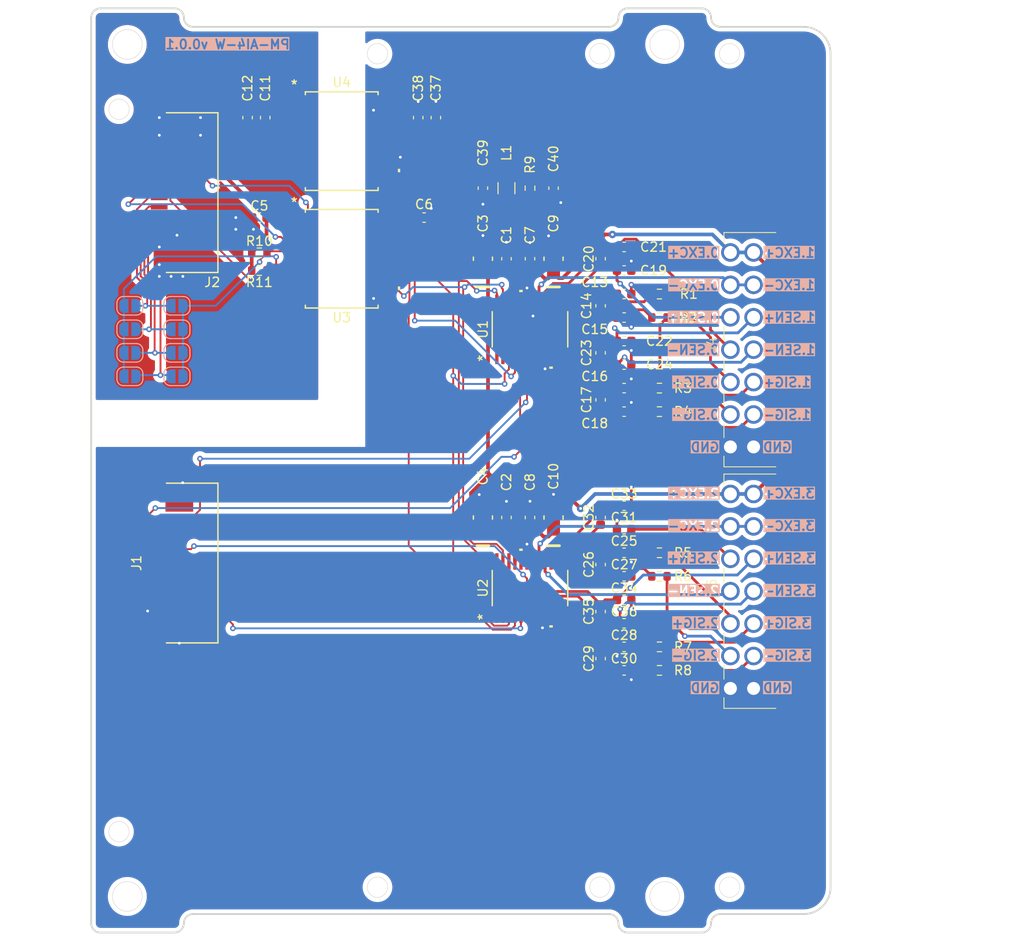
<source format=kicad_pcb>
(kicad_pcb (version 20240108) (generator "pcbnew") (generator_version "8.0")
  (title_block (title "${article} v${version}"))
  (layers (0 "F.Cu" signal) (31 "B.Cu" signal) (34 "B.Paste" user) (35 "F.Paste" user) (36 "B.SilkS" user "B.Silkscreen") (37 "F.SilkS" user "F.Silkscreen") (38 "B.Mask" user) (39 "F.Mask" user) (44 "Edge.Cuts" user))
  (property "article" "PM-AI4-W")
  (property "version" "0.0.1")
  (net 0 "")
  (net 1 "+5V_ISO")
  (net 2 "/MOSI")
  (net 3 "GND")
  (net 4 "/MISO")
  (net 5 "/SCK_ISO")
  (net 6 "AGND")
  (net 7 "AVDD")
  (net 8 "+5V")
  (net 9 "/MOSI_ISO")
  (net 10 "/MISO_ISO")
  (net 11 "/SCK")
  (net 12 "/CS2")
  (net 13 "/CS3")
  (net 18 "+3.3V")
  (net 19 "Net-(L1-Pad1)")
  (net 20 "/0.SENSE+")
  (net 21 "/0.SENSE-")
  (net 22 "/0.SIG+")
  (net 23 "/0.SIG-")
  (net 24 "/AD_0_AIN2")
  (net 25 "/AD_0_AIN3")
  (net 26 "/0.EXC-")
  (net 27 "/AD_0_AIN1")
  (net 28 "/AD_0_AIN0")
  (net 29 "/1.SIG-")
  (net 30 "/1.SENSE+")
  (net 31 "/1.SENSE-")
  (net 32 "/1.SIG+")
  (net 33 "/2.EXC-")
  (net 34 "/2.SIG-")
  (net 35 "/2.SENSE+")
  (net 36 "/2.SIG+")
  (net 37 "/2.SENSE-")
  (net 38 "/3.SIG-")
  (net 39 "/3.SIG+")
  (net 40 "/3.SENSE+")
  (net 41 "/3.SENSE-")
  (net 44 "/CS0_ISO")
  (net 45 "/CS0")
  (net 46 "/CS1")
  (net 47 "/CS1_ISO")
  (net 48 "/AD_1_AIN0")
  (net 52 "/AD_1_AIN3")
  (net 53 "/AD_1_AIN2")
  (net 55 "/AD_1_AIN1")
  (net 61 "/LED1")
  (net 62 "/LED2")
  (net 63 "/LED3")
  (net 64 "/LED0")
  (net 65 "Net-(JP1-B)")
  (net 66 "Net-(JP5-B)")
  (footprint "Capacitor_SMD:C_0603_1608Metric" (layer "F.Cu") (at 82.55 104.14)
    (property "Reference" "C33")
    (property "Value" "10nF")
  )
  (footprint "Resistor_SMD:R_0603_1608Metric" (layer "F.Cu") (at 86.36 93.98)
    (property "Reference" "R4")
    (property "Value" "100R")
  )
  (footprint "kicad_inventree_lib:TAJA_AVX-M" (layer "F.Cu") (at 74.93 105.41 90)
    (property "Reference" "C10")
    (property "Value" "10 uF")
  )
  (footprint "Capacitor_SMD:C_0603_1608Metric" (layer "F.Cu") (at 43.815 62.23 90)
    (property "Reference" "C11")
    (property "Value" "100nF")
  )
  (footprint "Resistor_SMD:R_0603_1608Metric" (layer "F.Cu") (at 86.36 121.92)
    (property "Reference" "R8")
    (property "Value" "100R")
  )
  (footprint "Capacitor_SMD:C_0603_1608Metric" (layer "F.Cu") (at 82.55 116.84)
    (property "Reference" "C36")
    (property "Value" "10nF")
  )
  (footprint "kicad_inventree_lib:RU_24_ADI-M" (layer "F.Cu") (at 72.39 113.03 90)
    (property "Reference" "U2")
    (property "Value" "AD7190BRUZ")
  )
  (footprint "Capacitor_SMD:C_0603_1608Metric" (layer "F.Cu") (at 82.55 83.82)
    (property "Reference" "C15")
    (property "Value" "1nF")
  )
  (footprint "Capacitor_SMD:C_0603_1608Metric" (layer "F.Cu") (at 82.55 81.28 180)
    (property "Reference" "C13")
    (property "Value" "1nF")
  )
  (footprint "Capacitor_SMD:C_0603_1608Metric" (layer "F.Cu") (at 74.93 69.85 -90)
    (property "Reference" "C40")
    (property "Value" "100nF")
  )
  (footprint "kicad_inventree_lib:TAJA_AVX-M" (layer "F.Cu") (at 67.31 105.41 90)
    (property "Reference" "C4")
    (property "Value" "10 uF")
  )
  (footprint "Capacitor_SMD:C_0603_1608Metric" (layer "F.Cu") (at 82.55 114.3 180)
    (property "Reference" "C34")
    (property "Value" "10nF")
  )
  (footprint "Capacitor_SMD:C_0603_1608Metric" (layer "F.Cu") (at 80.01 120.65 -90)
    (property "Reference" "C29")
    (property "Value" "10nF")
  )
  (footprint "kicad_inventree_lib:15EDGRHC-THR-3.5-14P" (layer "F.Cu") (at 94.02 90.79 90)
    (property "Reference" "J4")
    (property "Value" "15EDGRHC-THR-3.5-14P")
  )
  (footprint "kicad_inventree_lib:MountingHole_M3" (layer "F.Cu") (at 28.93 146.33)
    (property "Reference" "H3" (hide yes))
    (property "Value" "MountingHole_M3")
    (fp_circle (center 0 0) (end 1.6 0) (stroke (width 0.05)) (fill none) (layer "Edge.Cuts"))
  )
  (footprint "Capacitor_SMD:C_0603_1608Metric" (layer "F.Cu") (at 80.01 82.55 -90)
    (property "Reference" "C14")
    (property "Value" "10nF")
  )
  (footprint "Capacitor_SMD:C_0603_1608Metric" (layer "F.Cu") (at 82.55 78.74 180)
    (property "Reference" "C19")
    (property "Value" "10nF")
  )
  (footprint "Capacitor_SMD:C_0603_1608Metric" (layer "F.Cu") (at 80.01 92.71 -90)
    (property "Reference" "C17")
    (property "Value" "10nF")
  )
  (footprint "Capacitor_SMD:C_0603_1608Metric" (layer "F.Cu") (at 80.01 105.41 90)
    (property "Reference" "C32")
    (property "Value" "1uF")
  )
  (footprint "Capacitor_SMD:C_0603_1608Metric" (layer "F.Cu") (at 80.01 87.63 -90)
    (property "Reference" "C23")
    (property "Value" "1uF")
  )
  (footprint "Capacitor_SMD:C_0603_1608Metric" (layer "F.Cu") (at 82.55 76.2)
    (property "Reference" "C21")
    (property "Value" "10nF")
  )
  (footprint "Resistor_SMD:R_0603_1608Metric" (layer "F.Cu") (at 72.39 69.85 90)
    (property "Reference" "R9")
    (property "Value" "1R5")
  )
  (footprint "Capacitor_SMD:C_0603_1608Metric" (layer "F.Cu") (at 82.55 109.22 180)
    (property "Reference" "C25")
    (property "Value" "1nF")
  )
  (footprint "Resistor_SMD:R_0603_1608Metric" (layer "F.Cu") (at 86.36 81.28)
    (property "Reference" "R1")
    (property "Value" "100R")
  )
  (footprint "Capacitor_SMD:C_0603_1608Metric" (layer "F.Cu") (at 80.01 115.57 -90)
    (property "Reference" "C35")
    (property "Value" "1uF")
  )
  (footprint "Capacitor_SMD:C_0603_1608Metric" (layer "F.Cu") (at 82.55 91.44 180)
    (property "Reference" "C16")
    (property "Value" "1nF")
  )
  (footprint "kicad_inventree_lib:RU_24_ADI-M" (layer "F.Cu") (at 72.39 85.09 90)
    (property "Reference" "U1")
    (property "Value" "AD7190BRUZ")
  )
  (footprint "kicad_inventree_lib:PM-LED_v0.0.2" (layer "F.Cu") (at 89.93 100.33)
    (property "Reference" "U5" (hide yes))
    (property "Value" "PM-LED8_v0.0.2")
    (fp_circle (center -10 -45) (end -8.9 -45) (stroke (width 0.05)) (fill none) (layer "Edge.Cuts"))
    (fp_circle (center -10 45) (end -8.9 45) (stroke (width 0.05)) (fill none) (layer "Edge.Cuts"))
    (fp_circle (center 4 -45) (end 5.1 -45) (stroke (width 0.05)) (fill none) (layer "Edge.Cuts"))
    (fp_circle (center 4 45) (end 5.1 45) (stroke (width 0.05)) (fill none) (layer "Edge.Cuts"))
  )
  (footprint "Capacitor_SMD:C_0603_1608Metric" (layer "F.Cu") (at 69.85 105.41 90)
    (property "Reference" "C2")
    (property "Value" "100nF")
  )
  (footprint "Capacitor_SMD:C_0603_1608Metric" (layer "F.Cu") (at 69.85 77.47 90)
    (property "Reference" "C1")
    (property "Value" "100nF")
  )
  (footprint "kicad_inventree_lib:CONN10_AFA07-S10_JUS" (layer "F.Cu") (at 35.93 110.33 90)
    (property "Reference" "J1")
    (property "Value" "AFA07-S10FCC-00")
  )
  (footprint "kicad_inventree_lib:MountingHole_M3" (layer "F.Cu") (at 86.93 146.33)
    (property "Reference" "H1" (hide yes))
    (property "Value" "MountingHole_M3")
    (fp_circle (center 0 0) (end 1.6 0) (stroke (width 0.05)) (fill none) (layer "Edge.Cuts"))
  )
  (footprint "Capacitor_SMD:C_0603_1608Metric" (layer "F.Cu") (at 82.55 106.68)
    (property "Reference" "C31")
    (property "Value" "10nF")
  )
  (footprint "Resistor_SMD:R_0603_1608Metric" (layer "F.Cu") (at 43.18 76.835)
    (property "Reference" "R10")
    (property "Value" "10k")
  )
  (footprint "Capacitor_SMD:C_0603_1608Metric" (layer "F.Cu") (at 60.325 62.23 90)
    (property "Reference" "C38")
    (property "Value" "100nF")
  )
  (footprint "Inductor_SMD:L_1206_3216Metric_Pad1.42x1.75mm_HandSolder" (layer "F.Cu") (at 69.85 69.85 90)
    (property "Reference" "L1")
    (property "Value" "1kΩ@100MHz")
  )
  (footprint "kicad_inventree_lib:15EDGRHC-THR-3.5-14P" (layer "F.Cu") (at 94.02 116.87 90)
    (property "Reference" "J5")
    (property "Value" "15EDGRHC-THR-3.5-14P")
  )
  (footprint "Capacitor_SMD:C_0603_1608Metric" (layer "F.Cu") (at 41.91 62.23 90)
    (property "Reference" "C12")
    (property "Value" "10uF")
  )
  (footprint "Resistor_SMD:R_0603_1608Metric" (layer "F.Cu") (at 43.18 78.74)
    (property "Reference" "R11")
    (property "Value" "10k")
  )
  (footprint "kicad_inventree_lib:TAJA_AVX-M" (layer "F.Cu") (at 67.31 77.47 90)
    (property "Reference" "C3")
    (property "Value" "10 uF")
  )
  (footprint "Capacitor_SMD:C_0603_1608Metric" (layer "F.Cu") (at 82.55 111.76)
    (property "Reference" "C27")
    (property "Value" "1nF")
  )
  (footprint "Capacitor_SMD:C_0603_1608Metric" (layer "F.Cu") (at 82.55 86.36 180)
    (property "Reference" "C22")
    (property "Value" "10nF")
  )
  (footprint "Capacitor_SMD:C_0603_1608Metric" (layer "F.Cu") (at 62.23 62.23 90)
    (property "Reference" "C37")
    (property "Value" "10uF")
  )
  (footprint "Capacitor_SMD:C_0603_1608Metric" (layer "F.Cu") (at 80.01 110.49 -90)
    (property "Reference" "C26")
    (property "Value" "10nF")
  )
  (footprint "Capacitor_SMD:C_0603_1608Metric" (layer "F.Cu") (at 82.55 119.38)
    (property "Reference" "C28")
    (property "Value" "1nF")
  )
  (footprint "Capacitor_SMD:C_0603_1608Metric" (layer "F.Cu") (at 67.31 69.85 -90)
    (property "Reference" "C39")
    (property "Value" "100nF")
  )
  (footprint "kicad_inventree_lib:MountingHole_M3" (layer "F.Cu") (at 86.93 54.33)
    (property "Reference" "H4" (hide yes))
    (property "Value" "MountingHole_M3")
    (fp_circle (center 0 0) (end 1.6 0) (stroke (width 0.05)) (fill none) (layer "Edge.Cuts"))
  )
  (footprint "kicad_inventree_lib:CONN10_AFA07-S10_JUS" (layer "F.Cu") (at 35.93 70.33 90)
    (property "Reference" "J2")
    (property "Value" "AFA07-S10FCC-00")
  )
  (footprint "Capacitor_SMD:C_0603_1608Metric" (layer "F.Cu") (at 72.39 105.41 90)
    (property "Reference" "C8")
    (property "Value" "100nF")
  )
  (footprint "kicad_inventree_lib:SOIC16-WBW_CLG-M" (layer "F.Cu") (at 52.07 77.47)
    (property "Reference" "U3")
    (property "Value" "CA-IS3761HW")
  )
  (footprint "Capacitor_SMD:C_0603_1608Metric" (layer "F.Cu") (at 82.55 88.9)
    (property "Reference" "C24")
    (property "Value" "10nF")
  )
  (footprint "kicad_inventree_lib:MountingHole_M3" (layer "F.Cu") (at 28.93 54.33)
    (property "Reference" "H2" (hide yes))
    (property "Value" "MountingHole_M3")
    (fp_circle (center 0 0) (end 1.6 0) (stroke (width 0.05)) (fill none) (layer "Edge.Cuts"))
  )
  (footprint "Capacitor_SMD:C_0603_1608Metric" (layer "F.Cu") (at 72.39 77.47 90)
    (property "Reference" "C7")
    (property "Value" "100nF")
  )
  (footprint "Resistor_SMD:R_0603_1608Metric" (layer "F.Cu") (at 86.36 111.76)
    (property "Reference" "R6")
    (property "Value" "100R")
  )
  (footprint "kicad_inventree_lib:PM-ESP32C3_v0.0.4" (layer "F.Cu") (at 24.93 100.33)
    (property "Reference" "U6" (hide yes))
    (property "Value" "~" (hide yes))
    (fp_circle (center 3.1 -39) (end 4.2 -39) (stroke (width 0.05)) (fill none) (layer "Edge.Cuts"))
    (fp_circle (center 3.1 39) (end 4.2 39) (stroke (width 0.05)) (fill none) (layer "Edge.Cuts"))
    (fp_circle (center 31 -45) (end 32.1 -45) (stroke (width 0.05)) (fill none) (layer "Edge.Cuts"))
    (fp_circle (center 31 45) (end 32.1 45) (stroke (width 0.05)) (fill none) (layer "Edge.Cuts"))
  )
  (footprint "Capacitor_SMD:C_0603_1608Metric" (layer "F.Cu") (at 80.01 77.47 90)
    (property "Reference" "C20")
    (property "Value" "1uF")
  )
  (footprint "Capacitor_SMD:C_0603_1608Metric" (layer "F.Cu") (at 82.55 121.92)
    (property "Reference" "C30")
    (property "Value" "1nF")
  )
  (footprint "Resistor_SMD:R_0603_1608Metric" (layer "F.Cu") (at 86.36 83.82)
    (property "Reference" "R2")
    (property "Value" "100R")
  )
  (footprint "Capacitor_SMD:C_0603_1608Metric" (layer "F.Cu") (at 82.55 93.98)
    (property "Reference" "C18")
    (property "Value" "1nF")
  )
  (footprint "Resistor_SMD:R_0603_1608Metric" (layer "F.Cu") (at 86.36 109.22)
    (property "Reference" "R5")
    (property "Value" "100R")
  )
  (footprint "kicad_inventree_lib:TAJA_AVX-M" (layer "F.Cu") (at 74.93 77.47 90)
    (property "Reference" "C9")
    (property "Value" "10 uF")
  )
  (footprint "Capacitor_SMD:C_0603_1608Metric" (layer "F.Cu") (at 60.96 73.025)
    (property "Reference" "C6")
    (property "Value" "100nF")
  )
  (footprint "kicad_inventree_lib:SOIC16-WBW_CLG-M" (layer "F.Cu") (at 52.07 64.77)
    (property "Reference" "U4")
    (property "Value" "CA-IS3105W")
  )
  (footprint "Capacitor_SMD:C_0603_1608Metric" (layer "F.Cu") (at 43.18 73.025 180)
    (property "Reference" "C5")
    (property "Value" "100nF")
  )
  (footprint "Resistor_SMD:R_0603_1608Metric" (layer "F.Cu") (at 86.36 91.44)
    (property "Reference" "R3")
    (property "Value" "100R")
  )
  (footprint "Resistor_SMD:R_0603_1608Metric" (layer "F.Cu") (at 86.36 119.38)
    (property "Reference" "R7")
    (property "Value" "100R")
  )
  (footprint "Jumper:SolderJumper-2_P1.3mm_Open_RoundedPad1.0x1.5mm" (layer "B.Cu") (at 34.29 90.17)
    (property "Reference" "JP4" (hide yes))
    (property "Value" "SolderJumper_2_Open")
  )
  (footprint "Jumper:SolderJumper-2_P1.3mm_Open_RoundedPad1.0x1.5mm" (layer "B.Cu") (at 34.29 82.55)
    (property "Reference" "JP1" (hide yes))
    (property "Value" "SolderJumper_2_Open")
  )
  (footprint "Jumper:SolderJumper-2_P1.3mm_Open_RoundedPad1.0x1.5mm" (layer "B.Cu") (at 29.21 85.09 180)
    (property "Reference" "JP6" (hide yes))
    (property "Value" "SolderJumper_2_Open")
  )
  (footprint "Jumper:SolderJumper-2_P1.3mm_Open_RoundedPad1.0x1.5mm" (layer "B.Cu") (at 29.21 90.17 180)
    (property "Reference" "JP8" (hide yes))
    (property "Value" "SolderJumper_2_Open")
  )
  (footprint "Jumper:SolderJumper-2_P1.3mm_Open_RoundedPad1.0x1.5mm" (layer "B.Cu") (at 34.29 85.09)
    (property "Reference" "JP2" (hide yes))
    (property "Value" "SolderJumper_2_Open")
  )
  (footprint "Jumper:SolderJumper-2_P1.3mm_Open_RoundedPad1.0x1.5mm" (layer "B.Cu") (at 29.21 87.63 180)
    (property "Reference" "JP7" (hide yes))
    (property "Value" "SolderJumper_2_Open")
  )
  (footprint "Jumper:SolderJumper-2_P1.3mm_Open_RoundedPad1.0x1.5mm" (layer "B.Cu") (at 29.21 82.55 180)
    (property "Reference" "JP5" (hide yes))
    (property "Value" "SolderJumper_2_Open")
  )
  (footprint "Jumper:SolderJumper-2_P1.3mm_Open_RoundedPad1.0x1.5mm" (layer "B.Cu") (at 34.29 87.63)
    (property "Reference" "JP3" (hide yes))
    (property "Value" "SolderJumper_2_Open")
  )
  (gr_arc (start 101.93 52.43) (mid 103.98061 53.27939) (end 104.83 55.33) (stroke (width 0.2)) (layer "Edge.Cuts"))
  (gr_line (start 80.93 148.23) (end 36.03 148.23) (stroke (width 0.2)) (layer "Edge.Cuts"))
  (gr_arc (start 81.93 51.43) (mid 82.222893 50.722893) (end 82.93 50.43) (stroke (width 0.2)) (layer "Edge.Cuts"))
  (gr_line (start 82.93 150.23) (end 90.93 150.23) (stroke (width 0.2)) (layer "Edge.Cuts"))
  (gr_line (start 26.03 150.23) (end 34.03 150.23) (stroke (width 0.2)) (layer "Edge.Cuts"))
  (gr_arc (start 81.93 51.43) (mid 81.637107 52.137107) (end 80.93 52.43) (stroke (width 0.2)) (layer "Edge.Cuts"))
  (gr_arc (start 82.93 150.23) (mid 82.222893 149.937107) (end 81.93 149.23) (stroke (width 0.2)) (layer "Edge.Cuts"))
  (gr_arc (start 35.03 149.23) (mid 34.737107 149.937107) (end 34.03 150.23) (stroke (width 0.2)) (layer "Edge.Cuts"))
  (gr_arc (start 25.03 51.43) (mid 25.322893 50.722893) (end 26.03 50.43) (stroke (width 0.2)) (layer "Edge.Cuts"))
  (gr_line (start 90.93 50.43) (end 82.93 50.43) (stroke (width 0.2)) (layer "Edge.Cuts"))
  (gr_line (start 92.93 148.23) (end 101.93 148.23) (stroke (width 0.2)) (layer "Edge.Cuts"))
  (gr_arc (start 91.93 149.23) (mid 92.222893 148.522893) (end 92.93 148.23) (stroke (width 0.2)) (layer "Edge.Cuts"))
  (gr_arc (start 36.03 52.43) (mid 35.322893 52.137107) (end 35.03 51.43) (stroke (width 0.2)) (layer "Edge.Cuts"))
  (gr_line (start 36.03 52.43) (end 80.93 52.43) (stroke (width 0.2)) (layer "Edge.Cuts"))
  (gr_line (start 104.83 55.33) (end 104.83 145.33) (stroke (width 0.2)) (layer "Edge.Cuts"))
  (gr_arc (start 26.03 150.23) (mid 25.322893 149.937107) (end 25.03 149.23) (stroke (width 0.2)) (layer "Edge.Cuts"))
  (gr_arc (start 92.93 52.43) (mid 92.222893 52.137107) (end 91.93 51.43) (stroke (width 0.2)) (layer "Edge.Cuts"))
  (gr_arc (start 35.03 149.23) (mid 35.322893 148.522893) (end 36.03 148.23) (stroke (width 0.2)) (layer "Edge.Cuts"))
  (gr_line (start 26.03 50.43) (end 34.03 50.43) (stroke (width 0.2)) (layer "Edge.Cuts"))
  (gr_arc (start 90.93 50.43) (mid 91.637107 50.722893) (end 91.93 51.43) (stroke (width 0.2)) (layer "Edge.Cuts"))
  (gr_line (start 25.03 51.43) (end 25.03 149.23) (stroke (width 0.2)) (layer "Edge.Cuts"))
  (gr_arc (start 104.83 145.33) (mid 103.98061 147.38061) (end 101.93 148.23) (stroke (width 0.2)) (layer "Edge.Cuts"))
  (gr_arc (start 80.93 148.23) (mid 81.637107 148.522893) (end 81.93 149.23) (stroke (width 0.2)) (layer "Edge.Cuts"))
  (gr_arc (start 34.03 50.43) (mid 34.737107 50.722893) (end 35.03 51.43) (stroke (width 0.2)) (layer "Edge.Cuts"))
  (gr_arc (start 91.93 149.23) (mid 91.637107 149.937107) (end 90.93 150.23) (stroke (width 0.2)) (layer "Edge.Cuts"))
  (gr_line (start 101.93 52.43) (end 92.93 52.43) (stroke (width 0.2)) (layer "Edge.Cuts"))
  (gr_text "1.SIG-" (at 97.43 94.33 0) (layer "B.SilkS" knockout) (effects (font (size 1 1) (thickness 0.2) (bold yes)) (justify right mirror)))
  (gr_text "3.SEN-" (at 97.43 113.33 0) (layer "B.SilkS" knockout) (effects (font (size 1 1) (thickness 0.2) (bold yes)) (justify right mirror)))
  (gr_text "GND" (at 97.43 123.83 0) (layer "B.SilkS" knockout) (effects (font (size 1 1) (thickness 0.2) (bold yes)) (justify right mirror)))
  (gr_text "0.EXC+" (at 92.93 76.83 0) (layer "B.SilkS" knockout) (effects (font (size 1 1) (thickness 0.2) (bold yes)) (justify left mirror)))
  (gr_text "GND" (at 92.93 97.83 0) (layer "B.SilkS" knockout) (effects (font (size 1 1) (thickness 0.2) (bold yes)) (justify left mirror)))
  (gr_text "2.SEN+" (at 92.93 109.83 0) (layer "B.SilkS" knockout) (effects (font (size 1 1) (thickness 0.2) (bold yes)) (justify left mirror)))
  (gr_text "2.EXC+" (at 92.93 102.83 0) (layer "B.SilkS" knockout) (effects (font (size 1 1) (thickness 0.2) (bold yes)) (justify left mirror)))
  (gr_text "3.EXC+" (at 97.43 102.83 0) (layer "B.SilkS" knockout) (effects (font (size 1 1) (thickness 0.2) (bold yes)) (justify right mirror)))
  (gr_text "2.SEN-" (at 92.93 113.33 0) (layer "B.SilkS" knockout) (effects (font (size 1 1) (thickness 0.2) (bold yes)) (justify left mirror)))
  (gr_text "3.SEN+" (at 97.43 109.83 0) (layer "B.SilkS" knockout) (effects (font (size 1 1) (thickness 0.2) (bold yes)) (justify right mirror)))
  (gr_text "0.SIG-" (at 92.93 94.33 0) (layer "B.SilkS" knockout) (effects (font (size 1 1) (thickness 0.2) (bold yes)) (justify left mirror)))
  (gr_text "1.SEN+" (at 97.43 83.83 0) (layer "B.SilkS" knockout) (effects (font (size 1 1) (thickness 0.2) (bold yes)) (justify right mirror)))
  (gr_text "3.SIG-" (at 97.43 120.33 0) (layer "B.SilkS" knockout) (effects (font (size 1 1) (thickness 0.2) (bold yes)) (justify right mirror)))
  (gr_text "0.SEN+" (at 92.93 83.83 0) (layer "B.SilkS" knockout) (effects (font (size 1 1) (thickness 0.2) (bold yes)) (justify left mirror)))
  (gr_text "0.SIG+" (at 92.93 90.83 0) (layer "B.SilkS" knockout) (effects (font (size 1 1) (thickness 0.2) (bold yes)) (justify left mirror)))
  (gr_text "0.SEN-" (at 92.93 87.33 0) (layer "B.SilkS" knockout) (effects (font (size 1 1) (thickness 0.2) (bold yes)) (justify left mirror)))
  (gr_text "1.EXC-" (at 97.43 80.33 0) (layer "B.SilkS" knockout) (effects (font (size 1 1) (thickness 0.2) (bold yes)) (justify right mirror)))
  (gr_text "1.SIG+" (at 97.43 90.83 0) (layer "B.SilkS" knockout) (effects (font (size 1 1) (thickness 0.2) (bold yes)) (justify right mirror)))
  (gr_text "1.SEN-" (at 97.43 87.33 0) (layer "B.SilkS" knockout) (effects (font (size 1 1) (thickness 0.2) (bold yes)) (justify right mirror)))
  (gr_text "2.SIG+" (at 92.93 116.83 0) (layer "B.SilkS" knockout) (effects (font (size 1 1) (thickness 0.2) (bold yes)) (justify left mirror)))
  (gr_text "1.EXC+" (at 97.43 76.83 0) (layer "B.SilkS" knockout) (effects (font (size 1 1) (thickness 0.2) (bold yes)) (justify right mirror)))
  (gr_text "2.EXC-" (at 92.93 106.33 0) (layer "B.SilkS" knockout) (effects (font (size 1 1) (thickness 0.2) (bold yes)) (justify left mirror)))
  (gr_text "3.EXC-" (at 97.43 106.33 0) (layer "B.SilkS" knockout) (effects (font (size 1 1) (thickness 0.2) (bold yes)) (justify right mirror)))
  (gr_text "GND" (at 92.93 123.83 0) (layer "B.SilkS" knockout) (effects (font (size 1 1) (thickness 0.2) (bold yes)) (justify left mirror)))
  (gr_text "${article} v${version}" (at 32.93 54.33 0) (layer "B.SilkS" knockout) (effects (font (size 1 1) (thickness 0.2) (bold yes)) (justify right mirror)))
  (gr_text "GND" (at 97.43 97.83 0) (layer "B.SilkS" knockout) (effects (font (size 1 1) (thickness 0.2) (bold yes)) (justify right mirror)))
  (gr_text "0.EXC-" (at 92.93 80.33 0) (layer "B.SilkS" knockout) (effects (font (size 1 1) (thickness 0.2) (bold yes)) (justify left mirror)))
  (gr_text "3.SIG+" (at 97.43 116.83 0) (layer "B.SilkS" knockout) (effects (font (size 1 1) (thickness 0.2) (bold yes)) (justify right mirror)))
  (gr_text "2.SIG-" (at 92.93 120.33 0) (layer "B.SilkS" knockout) (effects (font (size 1 1) (thickness 0.2) (bold yes)) (justify left mirror)))
  (segment (start 67.976456 79.321) (end 68.774 79.321) (width 0.4) (layer "F.Cu") (net 1))
  (segment (start 56.9468 62.865) (end 60.185 62.865) (width 0.4) (layer "F.Cu") (net 1))
  (segment (start 68.554 75.0942) (end 68.554 69.6585) (width 0.4) (layer "F.Cu") (net 1))
  (segment (start 56.9468 73.025) (end 60.185 73.025) (width 0.4) (layer "F.Cu") (net 1))
  (segment (start 67.8585 79.5644) (end 67.31 79.0159) (width 0.4) (layer "F.Cu") (net 1))
  (segment (start 70.33 80.7325) (end 70.33 78.725) (width 0.4) (layer "F.Cu") (net 1))
  (segment (start 68.0209 100.7635) (end 66.0293 102.7551) (width 0.4) (layer "F.Cu") (net 1))
  (segment (start 70.765 82.2198) (end 70.765 81.1675) (width 0.4) (layer "F.Cu") (net 1))
  (segment (start 70.33 78.725) (end 69.85 78.245) (width 0.4) (layer "F.Cu") (net 1))
  (segment (start 67.31 106.8983) (end 67.31 106.4967) (width 0.4) (layer "F.Cu") (net 1))
  (segment (start 60.185 62.865) (end 60.325 63.005) (width 0.4) (layer "F.Cu") (net 1))
  (segment (start 67.31 79.0159) (end 67.31 78.5567) (width 0.4) (layer "F.Cu") (net 1))
  (segment (start 60.325 63.005) (end 61.2775 63.9575) (width 0.4) (layer "F.Cu") (net 1))
  (segment (start 70.765 108.8295) (end 69.85 107.9145) (width 0.4) (layer "F.Cu") (net 1))
  (segment (start 68.774 79.321) (end 68.6074 79.1544) (width 0.4) (layer "F.Cu") (net 1))
  (segment (start 68.6074 75.1476) (end 68.554 75.0942) (width 0.4) (layer "F.Cu") (net 1))
  (segment (start 67.8585 100.6011) (end 68.0209 100.7635) (width 0.4) (layer "F.Cu") (net 1))
  (segment (start 70.765 110.1598) (end 70.765 108.8295) (width 0.4) (layer "F.Cu") (net 1))
  (segment (start 60.185 65.05) (end 60.185 73.025) (width 0.4) (layer "F.Cu") (net 1))
  (segment (start 68.6074 79.1544) (end 68.6074 75.1476) (width 0.4) (layer "F.Cu") (net 1))
  (segment (start 66.0293 107.2428) (end 66.2748 107.4883) (width 0.4) (layer "F.Cu") (net 1))
  (segment (start 68.0209 100.7635) (end 70.7568 103.4994) (width 0.4) (layer "F.Cu") (net 1))
  (segment (start 67.8585 79.5644) (end 67.8585 100.6011) (width 0.4) (layer "F.Cu") (net 1))
  (segment (start 66.2748 107.4883) (end 66.72 107.4883) (width 0.4) (layer "F.Cu") (net 1))
  (segment (start 56.9468 63.005) (end 56.9468 64.135) (width 0.4) (layer "F.Cu") (net 1))
  (segment (start 67.805 68.58) (end 62.23 63.005) (width 0.4) (layer "F.Cu") (net 1))
  (segment (start 68.554 69.6585) (end 69.85 68.3625) (width 0.4) (layer "F.Cu") (net 1))
  (segment (start 62.23 63.005) (end 61.2775 63.9575) (width 0.4) (layer "F.Cu") (net 1))
  (segment (start 66.0293 102.7551) (end 66.0293 107.2428) (width 0.4) (layer "F.Cu") (net 1))
  (segment (start 70.7568 105.2782) (end 69.85 106.185) (width 0.4) (layer "F.Cu") (net 1))
  (segment (start 61.2775 63.9575) (end 60.185 65.05) (width 0.4) (layer "F.Cu") (net 1))
  (segment (start 67.31 69.075) (end 67.805 68.58) (width 0.4) (layer "F.Cu") (net 1))
  (segment (start 67.805 68.58) (end 68.0225 68.3625) (width 0.4) (layer "F.Cu") (net 1))
  (segment (start 68.0225 68.3625) (end 69.85 68.3625) (width 0.4) (layer "F.Cu") (net 1))
  (segment (start 68.774 79.321) (end 69.85 78.245) (width 0.4) (layer "F.Cu") (net 1))
  (segment (start 70.765 81.1675) (end 70.33 80.7325) (width 0.4) (layer "F.Cu") (net 1))
  (segment (start 70.7568 103.4994) (end 70.7568 105.2782) (width 0.4) (layer "F.Cu") (net 1))
  (segment (start 69.85 107.9145) (end 69.85 106.185) (width 0.4) (layer "F.Cu") (net 1))
  (segment (start 66.72 107.4883) (end 67.31 106.8983) (width 0.4) (layer "F.Cu") (net 1))
  (segment (start 67.31 78.556663) (end 67.31 78.654544) (width 0.4) (layer "F.Cu") (net 1))
  (segment (start 67.31 78.654544) (end 67.976456 79.321) (width 0.4) (layer "F.Cu") (net 1))
  (segment (start 36.3661 67.83) (end 32.374 67.83) (width 0.2) (layer "F.Cu") (net 2))
  (segment (start 47.1932 74.295) (end 47.965 74.295) (width 0.2) (layer "F.Cu") (net 2))
  (segment (start 48.4203 71.604) (end 48.2034 71.3871) (width 0.2) (layer "F.Cu") (net 2))
  (segment (start 48.4203 73.8397) (end 48.4203 71.604) (width 0.2) (layer "F.Cu") (net 2))
  (segment (start 38.1233 69.5872) (end 36.3661 67.83) (width 0.2) (layer "F.Cu") (net 2))
  (segment (start 47.965 74.295) (end 48.4203 73.8397) (width 0.2) (layer "F.Cu") (net 2))
  (via (at 38.1233 69.5872) (size 0.6) (drill 0.3) (layers "F.Cu" "B.Cu") (net 2))
  (via (at 48.2034 71.3871) (size 0.6) (drill 0.3) (layers "F.Cu" "B.Cu") (net 2))
  (segment (start 46.4035 69.5872) (end 38.1233 69.5872) (width 0.2) (layer "B.Cu") (net 2))
  (segment (start 48.2034 71.3871) (end 46.4035 69.5872) (width 0.2) (layer "B.Cu") (net 2))
  (via (at 32.385 79.375) (size 0.6) (drill 0.3) (layers "F.Cu" "B.Cu") (net 3))
  (via (at 36.83 62.23) (size 0.6) (drill 0.3) (layers "F.Cu" "B.Cu") (net 3))
  (via (at 32.385 62.23) (size 0.6) (drill 0.3) (layers "F.Cu" "B.Cu") (net 3))
  (via (at 32.385 64.135) (size 0.6) (drill 0.3) (layers "F.Cu" "B.Cu") (net 3))
  (via (at 36.83 64.135) (size 0.6) (drill 0.3) (layers "F.Cu" "B.Cu") (net 3))
  (via (at 34.925 79.375) (size 0.6) (drill 0.3) (layers "F.Cu" "B.Cu") (net 3))
  (via (at 40.64 74.295) (size 0.6) (drill 0.3) (layers "F.Cu" "B.Cu") (net 3))
  (via (at 32.385 78.105) (size 0.6) (drill 0.3) (layers "F.Cu" "B.Cu") (net 3))
  (via (at 34.29 74.93) (size 0.6) (drill 0.3) (layers "F.Cu" "B.Cu") (net 3))
  (via (at 42.545 74.295) (size 0.6) (drill 0.3) (layers "F.Cu" "B.Cu") (net 3))
  (via (at 33.655 79.375) (size 0.6) (drill 0.3) (layers "F.Cu" "B.Cu") (net 3))
  (via (at 40.64 73.025) (size 0.6) (drill 0.3) (layers "F.Cu" "B.Cu") (net 3))
  (via (at 32.385 76.2) (size 0.6) (drill 0.3) (layers "F.Cu" "B.Cu") (net 3))
  (segment (start 32.374 68.83) (end 33.5774 68.83) (width 0.2) (layer "F.Cu") (net 4))
  (segment (start 33.5774 71.1907) (end 33.5774 68.83) (width 0.2) (layer "F.Cu") (net 4))
  (segment (start 47.1932 80.645) (end 43.0317 80.645) (width 0.2) (layer "F.Cu") (net 4))
  (segment (start 43.0317 80.645) (end 33.5774 71.1907) (width 0.2) (layer "F.Cu") (net 4))
  (segment (start 64.1048 112.6932) (end 64.1048 90.1118) (width 0.2) (layer "F.Cu") (net 5))
  (segment (start 56.9468 75.565) (end 58.1756 75.565) (width 0.2) (layer "F.Cu") (net 5))
  (segment (start 69.43 117.0909) (end 68.5025 117.0909) (width 0.2) (layer "F.Cu") (net 5))
  (segment (start 64.1048 90.1118) (end 64.1048 81.4942) (width 0.2) (layer "F.Cu") (net 5))
  (segment (start 69.43 117.0892) (end 69.43 117.0909) (width 0.2) (layer "F.Cu") (net 5))
  (segment (start 70.115 115.9002) (end 70.115 116.917) (width 0.2) (layer "F.Cu") (net 5))
  (segment (start 64.1048 81.4942) (end 58.1756 75.565) (width 0.2) (layer "F.Cu") (net 5))
  (segment (start 68.5025 117.0909) (end 64.1048 112.6932) (width 0.2) (layer "F.Cu") (net 5))
  (segment (start 69.6523 89.867) (end 69.6523 90.9912) (width 0.2) (layer "F.Cu") (net 5))
  (segment (start 69.6523 90.9912) (end 69.6522 90.9912) (width 0.2) (layer "F.Cu") (net 5))
  (segment (start 69.9428 117.0892) (end 69.43 117.0892) (width 0.2) (layer "F.Cu") (net 5))
  (segment (start 70.115 89.4043) (end 69.6523 89.867) (width 0.2) (layer "F.Cu") (net 5))
  (segment (start 70.115 87.9602) (end 70.115 89.4043) (width 0.2) (layer "F.Cu") (net 5))
  (segment (start 70.115 116.917) (end 69.9428 117.0892) (width 0.2) (layer "F.Cu") (net 5))
  (via (at 64.1048 90.1118) (size 0.6) (drill 0.3) (layers "F.Cu" "B.Cu") (net 5))
  (via (at 69.6522 90.9912) (size 0.6) (drill 0.3) (layers "F.Cu" "B.Cu") (net 5))
  (segment (start 64.9842 90.9912) (end 69.6522 90.9912) (width 0.2) (layer "B.Cu") (net 5))
  (segment (start 64.1048 90.1118) (end 64.9842 90.9912) (width 0.2) (layer "B.Cu") (net 5))
  (segment (start 83.325 121.92) (end 83.325 122.9225) (width 0.3) (layer "F.Cu") (net 6))
  (segment (start 32.374 114.829991) (end 32.374 114.83) (width 0.3) (layer "F.Cu") (net 6))
  (segment (start 81.775 119.38) (end 81.775 120.3869) (width 0.3) (layer "F.Cu") (net 6))
  (segment (start 58.2256 66.675) (end 58.3948 66.5058) (width 0.3) (layer "F.Cu") (net 6))
  (segment (start 72.065 110.1598) (end 72.065 108.9191) (width 0.3) (layer "F.Cu") (net 6))
  (segment (start 75.7128 71.4078) (end 74.93 70.625) (width 0.3) (layer "F.Cu") (net 6))
  (segment (start 81.775 105.6896) (end 81.775 106.68) (width 0.3) (layer "F.Cu") (net 6))
  (segment (start 31.1206 115.5065) (end 31.797109 114.829991) (width 0.3) (layer "F.Cu") (net 6))
  (segment (start 82.5523 112.5327) (end 83.325 111.76) (width 0.3) (layer "F.Cu") (net 6))
  (segment (start 83.325 87.3689) (end 83.325 86.36) (width 0.3) (layer "F.Cu") (net 6))
  (segment (start 83.325 115.2784) (end 83.325 116.84) (width 0.3) (layer "F.Cu") (net 6))
  (segment (start 83.325 81.28) (end 83.325 80.2726) (width 0.3) (layer "F.Cu") (net 6))
  (segment (start 31.797109 114.829991) (end 32.374 114.829991) (width 0.3) (layer "F.Cu") (net 6))
  (segment (start 34.544 117.18) (end 34.544 118.9875) (width 0.3) (layer "F.Cu") (net 6))
  (segment (start 83.325 91.44) (end 83.325 90.4425) (width 0.3) (layer "F.Cu") (net 6))
  (segment (start 69.85 103.6637) (end 69.85 104.635) (width 0.3) (layer "F.Cu") (net 6))
  (segment (start 73.9182 117.1409) (end 74.015 117.1409) (width 0.3) (layer "F.Cu") (net 6))
  (segment (start 83.325 83.82) (end 83.325 84.8243) (width 0.3) (layer "F.Cu") (net 6))
  (segment (start 74.93 76.3833) (end 74.93 75.1625) (width 0.3) (layer "F.Cu") (net 6))
  (segment (start 34.9046 103.119399) (end 34.544001 103.479998) (width 0.3) (layer "F.Cu") (net 6))
  (segment (start 67.0761 103.1025) (end 67.31 103.1025) (width 0.3) (layer "F.Cu") (net 6))
  (segment (start 83.325 109.22) (end 83.325 110.2167) (width 0.3) (layer "F.Cu") (net 6))
  (segment (start 67.31 104.3233) (end 67.31 103.1025) (width 0.3) (layer "F.Cu") (net 6))
  (segment (start 72.39 76.695) (end 72.39 75.7273) (width 0.3) (layer "F.Cu") (net 6))
  (segment (start 72.065 80.6245) (end 72.065 82.2198) (width 0.3) (layer "F.Cu") (net 6))
  (segment (start 74.9299 103.1025) (end 74.93 103.1025) (width 0.3) (layer "F.Cu") (net 6))
  (segment (start 61.735 72.032) (end 61.735 73.025) (width 0.3) (layer "F.Cu") (net 6))
  (segment (start 83.325 93.98) (end 83.325 92.9836) (width 0.3) (layer "F.Cu") (net 6))
  (segment (start 62.23 60.4802) (end 62.23 61.455) (width 0.3) (layer "F.Cu") (net 6))
  (segment (start 72.39 103.659) (end 72.39 104.635) (width 0.3) (layer "F.Cu") (net 6))
  (segment (start 56.9468 65.405) (end 56.9468 69.215) (width 0.3) (layer "F.Cu") (net 6))
  (segment (start 74.015 89.3546) (end 74.015 87.9602) (width 0.3) (layer "F.Cu") (net 6))
  (segment (start 83.325 87.3689) (end 83.325 88.9) (width 0.3) (layer "F.Cu") (net 6))
  (segment (start 34.9046 101.653) (end 34.9046 103.119399) (width 0.3) (layer "F.Cu") (net 6))
  (segment (start 72.715 83.6573) (end 72.715 82.2198) (width 0.3) (layer "F.Cu") (net 6))
  (segment (start 66.9114 102.9378) (end 67.0761 103.1025) (width 0.3) (layer "F.Cu") (net 6))
  (segment (start 74.5595 75.1625) (end 74.93 75.1625) (width 0.3) (layer "F.Cu") (net 6))
  (segment (start 72.715 110.1598) (end 72.715 108.9191) (width 0.3) (layer "F.Cu") (net 6))
  (segment (start 67.31 74.9652) (end 67.31 76.3833) (width 0.3) (layer "F.Cu") (net 6))
  (segment (start 56.9468 81.915) (end 55.668 81.915) (width 0.3) (layer "F.Cu") (net 6))
  (segment (start 83.325 102.1163) (end 83.325 104.14) (width 0.3) (layer "F.Cu") (net 6))
  (segment (start 60.325 60.4909) (end 60.325 61.455) (width 0.3) (layer "F.Cu") (net 6))
  (segment (start 55.668 81.915) (end 55.5096 81.7566) (width 0.3) (layer "F.Cu") (net 6))
  (segment (start 72.715 108.9191) (end 72.065 108.9191) (width 0.3) (layer "F.Cu") (net 6))
  (segment (start 69.85 75.6855) (end 69.85 76.695) (width 0.3) (layer "F.Cu") (net 6))
  (segment (start 55.5024 61.4294) (end 55.668 61.595) (width 0.3) (layer "F.Cu") (net 6))
  (segment (start 83.325 78.74) (end 83.325 77.7172) (width 0.3) (layer "F.Cu") (net 6))
  (segment (start 74.9299 102.9106) (end 74.9299 103.1025) (width 0.3) (layer "F.Cu") (net 6))
  (segment (start 73.7366 117.3225) (end 73.9182 117.1409) (width 0.3) (layer "F.Cu") (net 6))
  (segment (start 74.93 104.3233) (end 74.93 103.1025) (width 0.3) (layer "F.Cu") (net 6))
  (segment (start 67.31 71.5827) (end 67.31 70.625) (width 0.3) (layer "F.Cu") (net 6))
  (segment (start 56.9468 61.595) (end 55.668 61.595) (width 0.3) (layer "F.Cu") (net 6))
  (segment (start 56.9468 66.675) (end 58.2256 66.675) (width 0.3) (layer "F.Cu") (net 6))
  (segment (start 74.3953 74.9983) (end 74.5595 75.1625) (width 0.3) (layer "F.Cu") (net 6))
  (segment (start 56.9468 61.595) (end 56.9468 60.325) (width 0.3) (layer "F.Cu") (net 6))
  (segment (start 72.065 108.2865) (end 72.065 108.9191) (width 0.3) (layer "F.Cu") (net 6))
  (segment (start 83.325 115.2784) (end 83.325 114.3) (width 0.3) (layer "F.Cu") (net 6))
  (segment (start 83.325 77.7172) (end 83.325 76.2) (width 0.3) (layer "F.Cu") (net 6))
  (segment (start 74.015 115.9002) (end 74.015 117.1409) (width 0.3) (layer "F.Cu") (net 6))
  (via (at 34.9046 101.653) (size 0.6) (drill 0.3) (layers "F.Cu" "B.Cu") (net 6))
  (via (at 74.3953 74.9983) (size 0.6) (drill 0.3) (layers "F.Cu" "B.Cu") (net 6))
  (via (at 74.015 89.3546) (size 0.6) (drill 0.3) (layers "F.Cu" "B.Cu") (net 6))
  (via (at 82.5523 112.5327) (size 0.6) (drill 0.3) (layers "F.Cu" "B.Cu") (net 6))
  (via (at 69.85 103.6637) (size 0.6) (drill 0.3) (layers "F.Cu" "B.Cu") (net 6))
  (via (at 83.325 92.9836) (size 0.6) (drill 0.3) (layers "F.Cu" "B.Cu") (net 6))
  (via (at 72.39 75.7273) (size 0.6) (drill 0.3) (layers "F.Cu" "B.Cu") (net 6))
  (via (at 69.85 75.6855) (size 0.6) (drill 0.3) (layers "F.Cu" "B.Cu") (net 6))
  (via (at 81.775 105.6896) (size 0.6) (drill 0.3) (layers "F.Cu" "B.Cu") (net 6))
  (via (at 66.9114 102.9378) (size 0.6) (drill 0.3) (layers "F.Cu" "B.Cu") (net 6))
  (via (at 60.325 60.4909) (size 0.6) (drill 0.3) (layers "F.Cu" "B.Cu") (net 6))
  (via (at 55.5096 81.7566) (size 0.6) (drill 0.3) (layers "F.Cu" "B.Cu") (net 6))
  (via (at 83.325 110.2167) (size 0.6) (drill 0.3) (layers "F.Cu" "B.Cu") (net 6))
  (via (at 83.325 77.7172) (size 0.6) (drill 0.3) (layers "F.Cu" "B.Cu") (net 6))
  (via (at 72.39 103.659) (size 0.6) (drill 0.3) (layers "F.Cu" "B.Cu") (net 6))
  (via (at 72.065 80.6245) (size 0.6) (drill 0.3) (layers "F.Cu" "B.Cu") (net 6))
  (via (at 55.5024 61.4294) (size 0.6) (drill 0.3) (layers "F.Cu" "B.Cu") (net 6))
  (via (at 83.325 80.2726) (size 0.6) (drill 0.3) (layers "F.Cu" "B.Cu") (net 6))
  (via (at 83.325 115.2784) (size 0.6) (drill 0.3) (layers "F.Cu" "B.Cu") (net 6))
  (via (at 83.325 102.1163) (size 0.6) (drill 0.3) (layers "F.Cu" "B.Cu") (net 6))
  (via (at 75.7128 71.4078) (size 0.6) (drill 0.3) (layers "F.Cu" "B.Cu") (net 6))
  (via (at 81.775 120.3869) (size 0.6) (drill 0.3) (layers "F.Cu" "B.Cu") (net 6))
  (via (at 67.31 74.9652) (size 0.6) (drill 0.3) (layers "F.Cu" "B.Cu") (net 6))
  (via (at 67.31 71.5827) (size 0.6) (drill 0.3) (layers "F.Cu" "B.Cu") (net 6))
  (via (at 31.1206 115.5065) (size 0.6) (drill 0.3) (layers "F.Cu" "B.Cu") (net 6))
  (via (at 72.065 108.2865) (size 0.6) (drill 0.3) (layers "F.Cu" "B.Cu") (net 6))
  (via (at 83.325 122.9225) (size 0.6) (drill 0.3) (layers "F.Cu" "B.Cu") (net 6))
  (via (at 72.715 83.6573) (size 0.6) (drill 0.3) (layers "F.Cu" "B.Cu") (net 6))
  (via (at 61.735 72.032) (size 0.6) (drill 0.3) (layers "F.Cu" "B.Cu") (net 6))
  (via (at 83.325 87.3689) (size 0.6) (drill 0.3) (layers "F.Cu" "B.Cu") (net 6))
  (via (at 58.3948 66.5058) (size 0.6) (drill 0.3) (layers "F.Cu" "B.Cu") (net 6))
  (via (at 83.325 84.8243) (size 0.6) (drill 0.3) (layers "F.Cu" "B.Cu") (net 6))
  (via (at 83.325 90.4425) (size 0.6) (drill 0.3) (layers "F.Cu" "B.Cu") (net 6))
  (via (at 62.23 60.4802) (size 0.6) (drill 0.3) (layers "F.Cu" "B.Cu") (net 6))
  (via (at 74.9299 102.9106) (size 0.6) (drill 0.3) (layers "F.Cu" "B.Cu") (net 6))
  (via (at 34.544 118.9875) (size 0.6) (drill 0.3) (layers "F.Cu" "B.Cu") (net 6))
  (via (at 73.7366 117.3225) (size 0.6) (drill 0.3) (layers "F.Cu" "B.Cu") (net 6))
  (segment (start 73.283 73.4646) (end 71.5047 75.2429) (width 0.4) (layer "F.Cu") (net 7))
  (segment (start 73.283 69.075) (end 74.93 69.075) (width 0.4) (layer "F.Cu") (net 7))
  (segment (start 97.9906 78.2606) (end 97.9906 101.3994) (width 0.4) (layer "F.Cu") (net 7))
  (segment (start 71.5047 75.2429) (end 71.5047 77.3597) (width 0.4) (layer "F.Cu") (net 7))
  (segment (start 97.9906 101.3994) (end 96.52 102.87) (width 0.4) (layer "F.Cu") (net 7))
  (segment (start 74.37 107.4739) (end 73.8517 107.4739) (width 0.4) (layer "F.Cu") (net 7))
  (segment (start 73.283 69.075) (end 73.283 73.4646) (width 0.4) (layer "F.Cu") (net 7))
  (segment (start 71.415 108.6287) (end 71.415 110.1598) (width 0.4) (layer "F.Cu") (net 7))
  (segment (start 74.93 106.4967) (end 74.93 106.9139) (width 0.4) (layer "F.Cu") (net 7))
  (segment (start 73.8517 107.4739) (end 73.5332 107.1554) (width 0.4) (layer "F.Cu") (net 7))
  (segment (start 73.5332 106.185) (end 73.5332 103.2912) (width 0.4) (layer "F.Cu") (net 7))
  (segment (start 75.5702 102.1551) (end 77.8521 104.437) (width 0.4) (layer "F.Cu") (net 7))
  (segment (start 71.2748 79.3602) (end 71.2748 80.8265) (width 0.4) (layer "F.Cu") (net 7))
  (segment (start 74.349 79.5933) (end 74.93 79.0123) (width 0.4) (layer "F.Cu") (net 7))
  (segment (start 72.39 106.185) (end 73.5332 106.185) (width 0.4) (layer "F.Cu") (net 7))
  (segment (start 72.39 78.245) (end 71.2748 79.3602) (width 0.4) (layer "F.Cu") (net 7))
  (segment (start 80.4734 74.8486) (end 81.2846 74.8486) (width 0.4) (layer "F.Cu") (net 7))
  (segment (start 71.2748 108.4885) (end 71.415 108.6287) (width 0.4) (layer "F.Cu") (net 7))
  (segment (start 74.6693 102.1551) (end 75.5702 102.1551) (width 0.4) (layer "F.Cu") (net 7))
  (segment (start 73.233 69.025) (end 73.283 69.075) (width 0.4) (layer "F.Cu") (net 7))
  (segment (start 75.4757 79.558) (end 75.9124 79.558) (width 0.4) (layer "F.Cu") (net 7))
  (segment (start 74.93 79.0123) (end 74.93 78.5567) (width 0.4) (layer "F.Cu") (net 7))
  (segment (start 73.5332 103.2912) (end 74.6693 102.1551) (width 0.4) (layer "F.Cu") (net 7))
  (segment (start 72.39 106.185) (end 71.2748 107.3002) (width 0.4) (layer "F.Cu") (net 7))
  (segment (start 77.7735 77.5485) (end 80.4734 74.8486) (width 0.4) (layer "F.Cu") (net 7))
  (segment (start 71.5047 77.3597) (end 72.39 78.245) (width 0.4) (layer "F.Cu") (net 7))
  (segment (start 77.7735 77.6969) (end 77.7735 77.5485) (width 0.4) (layer "F.Cu") (net 7))
  (segment (start 96.52 76.79) (end 97.9906 78.2606) (width 0.4) (layer "F.Cu") (net 7))
  (segment (start 74.93 79.0123) (end 75.4757 79.558) (width 0.4) (layer "F.Cu") (net 7))
  (segment (start 71.2748 107.3002) (end 71.2748 108.4885) (width 0.4) (layer "F.Cu") (net 7))
  (segment (start 72.39 69.025) (end 73.233 69.025) (width 0.4) (layer "F.Cu") (net 7))
  (segment (start 72.6142 78.245) (end 73.9625 79.5933) (width 0.4) (layer "F.Cu") (net 7))
  (segment (start 74.93 106.9139) (end 74.37 107.4739) (width 0.4) (layer "F.Cu") (net 7))
  (segment (start 72.39 78.245) (end 72.6142 78.245) (width 0.4) (layer "F.Cu") (net 7))
  (segment (start 75.9124 79.558) (end 77.7735 77.6969) (width 0.4) (layer "F.Cu") (net 7))
  (segment (start 73.5332 107.1554) (end 73.5332 106.185) (width 0.4) (layer "F.Cu") (net 7))
  (segment (start 73.9625 79.5933) (end 74.349 79.5933) (width 0.4) (layer "F.Cu") (net 7))
  (segment (start 71.415 80.9667) (end 71.415 82.2198) (width 0.4) (layer "F.Cu") (net 7))
  (segment (start 71.2748 80.8265) (end 71.415 80.9667) (width 0.4) (layer "F.Cu") (net 7))
  (via (at 81.2846 74.8486) (size 0.8) (drill 0.3) (layers "F.Cu" "B.Cu") (net 7))
  (via (at 77.8521 104.437) (size 0.8) (drill 0.3) (layers "F.Cu" "B.Cu") (net 7))
  (segment (start 94.02 102.87) (end 96.52 102.87) (width 0.4) (layer "B.Cu") (net 7))
  (segment (start 92.0786 74.8486) (end 94.02 76.79) (width 0.4) (layer "B.Cu") (net 7))
  (segment (start 77.8521 104.437) (end 79.4191 102.87) (width 0.4) (layer "B.Cu") (net 7))
  (segment (start 79.4191 102.87) (end 94.02 102.87) (width 0.4) (layer "B.Cu") (net 7))
  (segment (start 81.2846 74.8486) (end 92.0786 74.8486) (width 0.4) (layer "B.Cu") (net 7))
  (segment (start 94.02 76.79) (end 96.52 76.79) (width 0.4) (layer "B.Cu") (net 7))
  (segment (start 47.845 62.865) (end 47.1932 62.865) (width 0.4) (layer "F.Cu") (net 8))
  (segment (start 43.955 62.865) (end 43.815 63.005) (width 0.4) (layer "F.Cu") (net 8))
  (segment (start 47.1932 62.865) (end 43.955 62.865) (width 0.4) (layer "F.Cu") (net 8))
  (segment (start 39.085 65.83) (end 41.91 63.005) (width 0.4) (layer "F.Cu") (net 8))
  (segment (start 48.5203 62.1897) (end 47.845 62.865) (width 0.4) (layer "F.Cu") (net 8))
  (segment (start 47.8916 60.325) (end 48.5203 60.9537) (width 0.4) (layer "F.Cu") (net 8))
  (segment (start 47.1932 60.325) (end 47.8916 60.325) (width 0.4) (layer "F.Cu") (net 8))
  (segment (start 32.374 65.83) (end 39.085 65.83) (width 0.4) (layer "F.Cu") (net 8))
  (segment (start 48.5203 60.9537) (end 48.5203 62.1897) (width 0.4) (layer "F.Cu") (net 8))
  (segment (start 41.91 63.005) (end 43.815 63.005) (width 0.4) (layer "F.Cu") (net 8))
  (segment (start 59.0674 74.295) (end 58.1756 74.295) (width 0.2) (layer "F.Cu") (net 9))
  (segment (start 67.6253 110.1598) (end 64.7077 107.2422) (width 0.2) (layer "F.Cu") (net 9))
  (segment (start 68.815 81.1555) (end 68.815 82.2198) (width 0.2) (layer "F.Cu") (net 9))
  (segment (start 56.9468 74.295) (end 58.1756 74.295) (width 0.2) (layer "F.Cu") (net 9))
  (segment (start 64.7077 107.2422) (end 64.7077 79.9353) (width 0.2) (layer "F.Cu") (net 9))
  (segment (start 66.6395 80.9345) (end 65.58235 79.87735) (width 0.2) (layer "F.Cu") (net 9))
  (segment (start 64.7077 79.9353) (end 59.0674 74.295) (width 0.2) (layer "F.Cu") (net 9))
  (segment (start 65.58235 79.87735) (end 64.76565 79.87735) (width 0.2) (layer "F.Cu") (net 9))
  (segment (start 68.815 110.1598) (end 67.6253 110.1598) (width 0.2) (layer "F.Cu") (net 9))
  (segment (start 68.5585 80.899) (end 68.815 81.1555) (width 0.2) (layer "F.Cu") (net 9))
  (segment (start 64.76565 79.87735) (end 64.7077 79.9353) (width 0.2) (layer "F.Cu") (net 9))
  (via (at 66.6395 80.9345) (size 0.6) (drill 0.3) (layers "F.Cu" "B.Cu") (net 9))
  (via (at 68.5585 80.899) (size 0.6) (drill 0.3) (layers "F.Cu" "B.Cu") (net 9))
  (segment (start 68.523 80.9345) (end 68.5585 80.899) (width 0.2) (layer "B.Cu") (net 9))
  (segment (start 66.6395 80.9345) (end 68.523 80.9345) (width 0.2) (layer "B.Cu") (net 9))
  (segment (start 69.342 80.645) (end 69.465002 80.768002) (width 0.2) (layer "F.Cu") (net 10))
  (segment (start 56.9468 80.645) (end 58.1756 80.645) (width 0.2) (layer "F.Cu") (net 10))
  (segment (start 65.1797 80.6792) (end 65.3236 80.5353) (width 0.2) (layer "F.Cu") (net 10))
  (segment (start 69.465 108.9691) (end 68.7625 108.2666) (width 0.2) (layer "F.Cu") (net 10))
  (segment (start 58.1756 80.9001) (end 58.7782 81.5027) (width 0.2) (layer "F.Cu") (net 10))
  (segment (start 58.1756 80.645) (end 58.1756 80.9001) (width 0.2) (layer "F.Cu") (net 10))
  (segment (start 69.465002 80.768002) (end 69.465002 82.2198) (width 0.2) (layer "F.Cu") (net 10))
  (segment (start 69.342 80.2644) (end 69.342 80.645) (width 0.2) (layer "F.Cu") (net 10))
  (segment (start 68.7625 108.2666) (end 66.3001 108.2666) (width 0.2) (layer "F.Cu") (net 10))
  (segment (start 65.1797 107.1462) (end 65.1797 80.6792) (width 0.2) (layer "F.Cu") (net 10))
  (segment (start 66.3001 108.2666) (end 65.1797 107.1462) (width 0.2) (layer "F.Cu") (net 10))
  (segment (start 69.465 110.1598) (end 69.465 108.9691) (width 0.2) (layer "F.Cu") (net 10))
  (via (at 65.3236 80.5353) (size 0.6) (drill 0.3) (layers "F.Cu" "B.Cu") (net 10))
  (via (at 58.7782 81.5027) (size 0.6) (drill 0.3) (layers "F.Cu" "B.Cu") (net 10))
  (via (at 69.342 80.2644) (size 0.6) (drill 0.3) (layers "F.Cu" "B.Cu") (net 10))
  (segment (start 65.3236 80.5353) (end 65.3877 80.5353) (width 0.2) (layer "B.Cu") (net 10))
  (segment (start 65.3877 80.5353) (end 65.6586 80.2644) (width 0.2) (layer "B.Cu") (net 10))
  (segment (start 58.7782 81.5027) (end 59.7456 80.5353) (width 0.2) (layer "B.Cu") (net 10))
  (segment (start 65.6586 80.2644) (end 69.342 80.2644) (width 0.2) (layer "B.Cu") (net 10))
  (segment (start 59.7456 80.5353) (end 65.3236 80.5353) (width 0.2) (layer "B.Cu") (net 10))
  (segment (start 44.913 75.109) (end 45.5084 75.109) (width 0.2) (layer "F.Cu") (net 11))
  (segment (start 32.374 69.83) (end 30.7857 69.83) (width 0.2) (layer "F.Cu") (net 11))
  (segment (start 30.7857 69.83) (end 29.0342 71.5815) (width 0.2) (layer "F.Cu") (net 11))
  (segment (start 45.5084 75.109) (end 45.9644 75.565) (width 0.2) (layer "F.Cu") (net 11))
  (segment (start 47.1932 75.565) (end 45.9644 75.565) (width 0.2) (layer "F.Cu") (net 11))
  (via (at 44.913 75.109) (size 0.6) (drill 0.3) (layers "F.Cu" "B.Cu") (net 11))
  (via (at 29.0342 71.5815) (size 0.6) (drill 0.3) (layers "F.Cu" "B.Cu") (net 11))
  (segment (start 41.3855 71.5815) (end 44.913 75.109) (width 0.2) (layer "B.Cu") (net 11))
  (segment (start 29.0342 71.5815) (end 41.3855 71.5815) (width 0.2) (layer "B.Cu") (net 11))
  (segment (start 31.912 87.63) (end 31.877 87.595) (width 0.2) (layer "F.Cu") (net 12))
  (segment (start 31.877 80.281215) (end 30.7723 79.176515) (width 0.2) (layer "F.Cu") (net 12))
  (segment (start 30.7723 79.176515) (end 30.7723 73.612493) (width 0.2) (layer "F.Cu") (net 12))
  (segment (start 31.877 87.595) (end 31.877 80.281215) (width 0.2) (layer "F.Cu") (net 12))
  (segment (start 30.7723 73.612493) (end 31.554798 72.829995) (width 0.2) (layer "F.Cu") (net 12))
  (segment (start 31.554798 72.829995) (end 32.374 72.829995) (width 0.2) (layer "F.Cu") (net 12))
  (via (at 31.912 87.63) (size 0.6) (drill 0.3) (layers "F.Cu" "B.Cu") (net 12))
  (segment (start 33.64 87.63) (end 30.4975 87.63) (width 0.2) (layer "B.Cu") (net 12))
  (segment (start 30.4975 87.63) (end 29.86 87.63) (width 0.2) (layer "B.Cu") (net 12))
  (segment (start 31.1723 74.212491) (end 31.1723 79.010829) (width 0.2) (layer "F.Cu") (net 13))
  (segment (start 31.554798 73.829993) (end 31.1723 74.212491) (width 0.2) (layer "F.Cu") (net 13))
  (segment (start 31.1723 79.010829) (end 32.512 80.350529) (width 0.2) (layer "F.Cu") (net 13))
  (segment (start 32.512 80.350529) (end 32.512 90.043) (width 0.2) (layer "F.Cu") (net 13))
  (segment (start 32.374 73.829993) (end 31.554798 73.829993) (width 0.2) (layer "F.Cu") (net 13))
  (via (at 32.512 90.043) (size 0.6) (drill 0.3) (layers "F.Cu" "B.Cu") (net 13))
  (segment (start 29.9946 90.0354) (end 29.86 90.17) (width 0.2) (layer "B.Cu") (net 13))
  (segment (start 31.998 90.0354) (end 29.9946 90.0354) (width 0.2) (layer "B.Cu") (net 13))
  (segment (start 33.64 90.17) (end 33.5054 90.0354) (width 0.2) (layer "B.Cu") (net 13))
  (segment (start 33.5054 90.0354) (end 31.998 90.0354) (width 0.2) (layer "B.Cu") (net 13))
  (segment (start 32.374 66.83) (end 37.76 66.83) (width 0.4) (layer "F.Cu") (net 18))
  (segment (start 37.76 66.83) (end 43.955 73.025) (width 0.4) (layer "F.Cu") (net 18))
  (segment (start 47.1932 73.025) (end 43.955 73.025) (width 0.4) (layer "F.Cu") (net 18))
  (segment (start 43.955 75.235) (end 43.955 73.025) (width 0.4) (layer "F.Cu") (net 18))
  (segment (start 42.355 76.835) (end 42.355 78.74) (width 0.4) (layer "F.Cu") (net 18))
  (segment (start 42.355 76.835) (end 43.955 75.235) (width 0.4) (layer "F.Cu") (net 18))
  (segment (start 71.7275 71.3375) (end 72.39 70.675) (width 0.4) (layer "F.Cu") (net 19))
  (segment (start 69.85 71.3375) (end 71.7275 71.3375) (width 0.4) (layer "F.Cu") (net 19))
  (segment (start 82.126 80.1573) (end 81.775 79.8063) (width 0.3) (layer "F.Cu") (net 20))
  (segment (start 75.123 80.645) (end 77.61 80.645) (width 0.3) (layer "F.Cu") (net 20))
  (segment (start 77.61 80.645) (end 80.01 78.245) (width 0.3) (layer "F.Cu") (net 20))
  (segment (start 74.664999 82.2198) (end 74.664999 81.103001) (width 0.3) (layer "F.Cu") (net 20))
  (segment (start 74.664999 81.103001) (end 75.123 80.645) (width 0.3) (layer "F.Cu") (net 20))
  (segment (start 81.28 78.245) (end 81.775 78.74) (width 0.3) (layer "F.Cu") (net 20))
  (segment (start 80.01 78.245) (end 81.28 78.245) (width 0.3) (layer "F.Cu") (net 20))
  (segment (start 81.775 79.8063) (end 81.775 78.74) (width 0.3) (layer "F.Cu") (net 20))
  (via (at 82.126 80.1573) (size 0.6) (drill 0.3) (layers "F.Cu" "B.Cu") (net 20))
  (segment (start 94.02 83.79) (end 85.7587 83.79) (width 0.3) (layer "B.Cu") (net 20))
  (segment (start 85.7587 83.79) (end 82.126 80.1573) (width 0.3) (layer "B.Cu") (net 20))
  (segment (start 83.8249 75.3541) (end 91.8702 83.3994) (width 0.3) (layer "F.Cu") (net 21))
  (segment (start 82.6209 75.3541) (end 83.8249 75.3541) (width 0.3) (layer "F.Cu") (net 21))
  (segment (start 74.015001 81.0308) (end 74.900801 80.145) (width 0.3) (layer "F.Cu") (net 21))
  (segment (start 91.8702 83.3994) (end 91.8702 85.1402) (width 0.3) (layer "F.Cu") (net 21))
  (segment (start 80.01 76.695) (end 81.28 76.695) (width 0.3) (layer "F.Cu") (net 21))
  (segment (start 76.56 80.145) (end 80.01 76.695) (width 0.3) (layer "F.Cu") (net 21))
  (segment (start 81.28 76.695) (end 81.775 76.2) (width 0.3) (layer "F.Cu") (net 21))
  (segment (start 81.775 76.2) (end 82.6209 75.3541) (width 0.3) (layer "F.Cu") (net 21))
  (segment (start 74.015001 82.2198) (end 74.015001 81.0308) (width 0.3) (layer "F.Cu") (net 21))
  (segment (start 74.900801 80.145) (end 76.56 80.145) (width 0.3) (layer "F.Cu") (net 21))
  (segment (start 91.8702 85.1402) (end 94.02 87.29) (width 0.3) (layer "F.Cu") (net 21))
  (segment (start 91.8702 85.9652) (end 91.8702 88.6402) (width 0.3) (layer "F.Cu") (net 22))
  (segment (start 87.185 81.28) (end 91.8702 85.9652) (width 0.3) (layer "F.Cu") (net 22))
  (segment (start 91.8702 88.6402) (end 94.02 90.79) (width 0.3) (layer "F.Cu") (net 22))
  (segment (start 86.4116 91.9524) (end 87.4535 92.9943) (width 0.3) (layer "F.Cu") (net 23))
  (segment (start 87.185 83.82) (end 86.4116 84.5934) (width 0.3) (layer "F.Cu") (net 23))
  (segment (start 86.4116 84.5934) (end 86.4116 91.9524) (width 0.3) (layer "F.Cu") (net 23))
  (segment (start 87.4535 92.9943) (end 92.7243 92.9943) (width 0.3) (layer "F.Cu") (net 23))
  (segment (start 92.7243 92.9943) (end 94.02 94.29) (width 0.3) (layer "F.Cu") (net 23))
  (segment (start 84.7002 82.1148) (end 85.535 81.28) (width 0.3) (layer "F.Cu") (net 24))
  (segment (start 79.5652 82.2198) (end 80.01 81.775) (width 0.3) (layer "F.Cu") (net 24))
  (segment (start 75.964999 82.2198) (end 79.5652 82.2198) (width 0.3) (layer "F.Cu") (net 24))
  (segment (start 81.775 81.28) (end 82.6098 82.1148) (width 0.3) (layer "F.Cu") (net 24))
  (segment (start 80.01 81.775) (end 81.28 81.775) (width 0.3) (layer "F.Cu") (net 24))
  (segment (start 81.28 81.775) (end 81.775 81.28) (width 0.3) (layer "F.Cu") (net 24))
  (segment (start 82.6098 82.1148) (end 84.7002 82.1148) (width 0.3) (layer "F.Cu") (net 24))
  (segment (start 81.775 83.82) (end 82.6135 82.9815) (width 0.3) (layer "F.Cu") (net 25))
  (segment (start 75.7262 83.82) (end 79.515 83.82) (width 0.3) (layer "F.Cu") (net 25))
  (segment (start 79.515 83.82) (end 80.01 83.325) (width 0.3) (layer "F.Cu") (net 25))
  (segment (start 82.6135 82.9815) (end 84.6965 82.9815) (width 0.3) (layer "F.Cu") (net 25))
  (segment (start 75.315 83.4088) (end 75.7262 83.82) (width 0.3) (layer "F.Cu") (net 25))
  (segment (start 79.7625 83.5725) (end 81.5275 83.5725) (width 0.3) (layer "F.Cu") (net 25))
  (segment (start 84.6965 82.9815) (end 85.535 83.82) (width 0.3) (layer "F.Cu") (net 25))
  (segment (start 81.5275 83.5725) (end 81.775 83.82) (width 0.3) (layer "F.Cu") (net 25))
  (segment (start 75.315 82.2198) (end 75.315 83.4088) (width 0.3) (layer "F.Cu") (net 25))
  (segment (start 73.365 80.4954) (end 73.6185 80.2419) (width 0.3) (layer "F.Cu") (net 26))
  (segment (start 73.365 82.2198) (end 73.365 80.4954) (width 0.3) (layer "F.Cu") (net 26))
  (via (at 73.6185 80.2419) (size 0.6) (drill 0.3) (layers "F.Cu" "B.Cu") (net 26))
  (segment (start 93.2356 79.5056) (end 94.02 80.29) (width 0.3) (layer "B.Cu") (net 26))
  (segment (start 74.3548 79.5056) (end 93.2356 79.5056) (width 0.3) (layer "B.Cu") (net 26))
  (segment (start 94.02 80.29) (end 96.52 80.29) (width 0.3) (layer "B.Cu") (net 26))
  (segment (start 73.6185 80.2419) (end 74.3548 79.5056) (width 0.3) (layer "B.Cu") (net 26))
  (segment (start 84.6608 94.8542) (end 82.6492 94.8542) (width 0.3) (layer "F.Cu") (net 27))
  (segment (start 81.775 93.98) (end 80.505 93.98) (width 0.3) (layer "F.Cu") (net 27))
  (segment (start 85.535 93.98) (end 84.6608 94.8542) (width 0.3) (layer "F.Cu") (net 27))
  (segment (start 80.505 93.98) (end 80.01 93.485) (width 0.3) (layer "F.Cu") (net 27))
  (segment (start 75.964999 87.9602) (end 75.964999 89.439999) (width 0.3) (layer "F.Cu") (net 27))
  (segment (start 82.6492 94.8542) (end 81.775 93.98) (width 0.3) (layer "F.Cu") (net 27))
  (segment (start 75.964999 89.439999) (end 80.01 93.485) (width 0.3) (layer "F.Cu") (net 27))
  (segment (start 76.2 86.36) (end 80.01 90.17) (width 0.3) (layer "F.Cu") (net 28))
  (segment (start 82.6481 92.3131) (end 84.6619 92.3131) (width 0.3) (layer "F.Cu") (net 28))
  (segment (start 81.3875 91.0525) (end 81.775 91.44) (width 0.3) (layer "F.Cu") (net 28))
  (segment (start 80.01 90.17) (end 80.01 91.935) (width 0.3) (layer "F.Cu") (net 28))
  (segment (start 75.314998 87.9602) (end 75.314998 86.7712) (width 0.3) (layer "F.Cu") (net 28))
  (segment (start 81.775 91.44) (end 82.6481 92.3131) (width 0.3) (layer "F.Cu") (net 28))
  (segment (start 75.726198 86.36) (end 76.2 86.36) (width 0.3) (layer "F.Cu") (net 28))
  (segment (start 84.6619 92.3131) (end 85.535 91.44) (width 0.3) (layer "F.Cu") (net 28))
  (segment (start 80.01 91.0525) (end 81.3875 91.0525) (width 0.3) (layer "F.Cu") (net 28))
  (segment (start 75.314998 86.7712) (end 75.726198 86.36) (width 0.3) (layer "F.Cu") (net 28))
  (segment (start 87.185 93.98) (end 88.8857 95.6807) (width 0.3) (layer "F.Cu") (net 29))
  (segment (start 88.8857 95.6807) (end 95.1293 95.6807) (width 0.3) (layer "F.Cu") (net 29))
  (segment (start 95.1293 95.6807) (end 96.52 94.29) (width 0.3) (layer "F.Cu") (net 29))
  (segment (start 78.515 85.36) (end 80.01 86.855) (width 0.3) (layer "F.Cu") (net 30))
  (segment (start 72.714998 87.9602) (end 72.714998 86.7712) (width 0.3) (layer "F.Cu") (net 30))
  (segment (start 81.5321 84.9597) (end 81.775 85.2026) (width 0.3) (layer "F.Cu") (net 30))
  (segment (start 74.126198 85.36) (end 78.515 85.36) (width 0.3) (layer "F.Cu") (net 30))
  (segment (start 80.505 86.36) (end 80.01 86.855) (width 0.3) (layer "F.Cu") (net 30))
  (segment (start 72.714998 86.7712) (end 74.126198 85.36) (width 0.3) (layer "F.Cu") (net 30))
  (segment (start 81.775 85.2026) (end 81.775 86.36) (width 0.3) (layer "F.Cu") (net 30))
  (segment (start 81.775 86.36) (end 80.505 86.36) (width 0.3) (layer "F.Cu") (net 30))
  (via (at 81.5321 84.9597) (size 0.6) (drill 0.3) (layers "F.Cu" "B.Cu") (net 30))
  (segment (start 96.52 83.79) (end 94.8339 85.4761) (width 0.3) (layer "B.Cu") (net 30))
  (segment (start 82.0485 85.4761) (end 81.5321 84.9597) (width 0.3) (layer "B.Cu") (net 30))
  (segment (start 94.8339 85.4761) (end 82.0485 85.4761) (width 0.3) (layer "B.Cu") (net 30))
  (segment (start 74.348398 85.86) (end 77.465 85.86) (width 0.3) (layer "F.Cu") (net 31))
  (segment (start 81.775 88.9) (end 80.505 88.9) (width 0.3) (layer "F.Cu") (net 31))
  (segment (start 73.364999 86.843399) (end 74.348398 85.86) (width 0.3) (layer "F.Cu") (net 31))
  (segment (start 77.465 85.86) (end 80.01 88.405) (width 0.3) (layer "F.Cu") (net 31))
  (segment (start 73.364999 87.9602) (end 73.364999 86.843399) (width 0.3) (layer "F.Cu") (net 31))
  (segment (start 80.505 88.9) (end 80.01 88.405) (width 0.3) (layer "F.Cu") (net 31))
  (segment (start 81.775 88.9) (end 82.563 88.112) (width 0.3) (layer "F.Cu") (net 31))
  (segment (start 82.563 88.112) (end 82.5988 88.112) (width 0.3) (layer "F.Cu") (net 31))
  (via (at 82.5988 88.112) (size 0.6) (drill 0.3) (layers "F.Cu" "B.Cu") (net 31))
  (segment (start 96.52 87.29) (end 95.161 88.649) (width 0.3) (layer "B.Cu") (net 31))
  (segment (start 95.161 88.649) (end 83.1358 88.649) (width 0.3) (layer "B.Cu") (net 31))
  (segment (start 83.1358 88.649) (end 82.5988 88.112) (width 0.3) (layer "B.Cu") (net 31))
  (segment (start 87.185 91.44) (end 87.9412 92.1962) (width 0.3) (layer "F.Cu") (net 32))
  (segment (start 87.9412 92.1962) (end 95.1138 92.1962) (width 0.3) (layer "F.Cu") (net 32))
  (segment (start 95.1138 92.1962) (end 96.52 90.79) (width 0.3) (layer "F.Cu") (net 32))
  (segment (start 73.4904 108.2203) (end 73.365 108.3457) (width 0.3) (layer "F.Cu") (net 33))
  (segment (start 73.365 108.3457) (end 73.365 110.1598) (width 0.3) (layer "F.Cu") (net 33))
  (via (at 73.4904 108.2203) (size 0.6) (drill 0.3) (layers "F.Cu" "B.Cu") (net 33))
  (segment (start 94.02 106.37) (end 75.3407 106.37) (width 0.3) (layer "B.Cu") (net 33))
  (segment (start 75.3407 106.37) (end 73.4904 108.2203) (width 0.3) (layer "B.Cu") (net 33))
  (segment (start 94.02 106.37) (end 96.52 106.37) (width 0.3) (layer "B.Cu") (net 33))
  (segment (start 87.185 111.76) (end 87.185 116.3029) (width 0.3) (layer "F.Cu") (net 34))
  (segment (start 87.185 116.3029) (end 89.1055 118.2234) (width 0.3) (layer "F.Cu") (net 34))
  (via (at 89.1055 118.2234) (size 0.6) (drill 0.3) (layers "F.Cu" "B.Cu") (net 34))
  (segment (start 91.8734 118.2234) (end 94.02 120.37) (width 0.3) (layer "B.Cu") (net 34))
  (segment (start 89.1055 118.2234) (end 91.8734 118.2234) (width 0.3) (layer "B.Cu") (net 34))
  (segment (start 75.4922 108.2158) (end 77.9792 108.2158) (width 0.3) (layer "F.Cu") (net 35))
  (segment (start 78.4593 107.736) (end 78.4592 107.7359) (width 0.3) (layer "F.Cu") (net 35))
  (segment (start 77.9792 108.2158) (end 80.01 106.185) (width 0.3) (layer "F.Cu") (net 35))
  (segment (start 74.664999 109.043001) (end 75.4922 108.2158) (width 0.3) (layer "F.Cu") (net 35))
  (segment (start 74.664999 110.1598) (end 74.664999 109.043001) (width 0.3) (layer "F.Cu") (net 35))
  (segment (start 82.5547 107.4483) (end 82.267 107.736) (width 0.3) (layer "F.Cu") (net 35))
  (segment (start 83.325 106.68) (end 82.5567 107.4483) (width 0.3) (layer "F.Cu") (net 35))
  (segment (start 83.325 106.68) (end 90.83 106.68) (width 0.3) (layer "F.Cu") (net 35))
  (segment (start 90.83 106.68) (end 94.02 109.87) (width 0.3) (layer "F.Cu") (net 35))
  (segment (start 82.267 107.736) (end 78.4593 107.736) (width 0.3) (layer "F.Cu") (net 35))
  (segment (start 82.5567 107.4483) (end 82.5547 107.4483) (width 0.3) (layer "F.Cu") (net 35))
  (segment (start 87.185 109.22) (end 94.02 116.055) (width 0.3) (layer "F.Cu") (net 36))
  (segment (start 94.02 116.055) (end 94.02 116.87) (width 0.3) (layer "F.Cu") (net 36))
  (segment (start 74.015001 108.9708) (end 75.270001 107.7158) (width 0.3) (layer "F.Cu") (net 37))
  (segment (start 80.01 104.635) (end 81.28 104.635) (width 0.3) (layer "F.Cu") (net 37))
  (segment (start 74.015001 110.1598) (end 74.015001 108.9708) (width 0.3) (layer "F.Cu") (net 37))
  (segment (start 81.28 104.635) (end 81.775 104.14) (width 0.3) (layer "F.Cu") (net 37))
  (segment (start 74.015 111.2327) (end 74.3539 111.5716) (width 0.3) (layer "F.Cu") (net 37))
  (segment (start 75.270001 107.7158) (end 76.9292 107.7158) (width 0.3) (layer "F.Cu") (net 37))
  (segment (start 74.015 110.16) (end 74.015 111.2327) (width 0.3) (layer "F.Cu") (net 37))
  (segment (start 76.9292 107.7158) (end 80.01 104.635) (width 0.3) (layer "F.Cu") (net 37))
  (via (at 74.3539 111.5716) (size 0.6) (drill 0.3) (layers "F.Cu" "B.Cu") (net 37))
  (segment (start 74.3539 111.5716) (end 76.5151 113.7328) (width 0.3) (layer "B.Cu") (net 37))
  (segment (start 76.5151 113.7328) (end 93.6572 113.7328) (width 0.3) (layer "B.Cu") (net 37))
  (segment (start 93.6572 113.7328) (end 94.02 113.37) (width 0.3) (layer "B.Cu") (net 37))
  (segment (start 94.97 121.92) (end 96.52 120.37) (width 0.3) (layer "F.Cu") (net 38))
  (segment (start 87.185 121.92) (end 94.97 121.92) (width 0.3) (layer "F.Cu") (net 38))
  (segment (start 94.5149 118.8751) (end 96.52 116.87) (width 0.3) (layer "F.Cu") (net 39))
  (segment (start 87.6899 118.8751) (end 94.5149 118.8751) (width 0.3) (layer "F.Cu") (net 39))
  (segment (start 87.185 119.38) (end 87.6899 118.8751) (width 0.3) (layer "F.Cu") (net 39))
  (segment (start 72.715 115.9) (end 72.715 115.9002) (width 0.3) (layer "F.Cu") (net 40))
  (segment (start 81.775 114.3) (end 83.045 113.03) (width 0.3) (layer "F.Cu") (net 40))
  (segment (start 83.045 113.03) (end 83.208 113.03) (width 0.3) (layer "F.Cu") (net 40))
  (segment (start 74.020145 113.406053) (end 78.621053 113.406053) (width 0.3) (layer "F.Cu") (net 40))
  (segment (start 81.775 114.3) (end 80.505 114.3) (width 0.3) (layer "F.Cu") (net 40))
  (segment (start 78.621053 113.406053) (end 80.01 114.795) (width 0.3) (layer "F.Cu") (net 40))
  (segment (start 72.714998 115.9002) (end 72.714998 114.7112) (width 0.3) (layer "F.Cu") (net 40))
  (segment (start 80.505 114.3) (end 80.01 114.795) (width 0.3) (layer "F.Cu") (net 40))
  (segment (start 72.714998 114.7112) (end 74.020145 113.406053) (width 0.3) (layer "F.Cu") (net 40))
  (via (at 83.208 113.03) (size 0.6) (drill 0.3) (layers "F.Cu" "B.Cu") (net 40))
  (segment (start 84.618 111.62) (end 94.77 111.62) (width 0.3) (layer "B.Cu") (net 40))
  (segment (start 94.77 111.62) (end 96.52 109.87) (width 0.3) (layer "B.Cu") (net 40))
  (segment (start 83.208 113.03) (end 84.618 111.62) (width 0.3) (layer "B.Cu") (net 40))
  (segment (start 82.126 116.489) (end 81.775 116.84) (width 0.3) (layer "F.Cu") (net 41))
  (segment (start 77.571053 113.906053) (end 80.01 116.345) (width 0.3) (layer "F.Cu") (net 41))
  (segment (start 73.364999 114.783399) (end 74.242345 113.906053) (width 0.3) (layer "F.Cu") (net 41))
  (segment (start 73.365 115.9) (end 73.365 115.9002) (width 0.3) (layer "F.Cu") (net 41))
  (segment (start 80.505 116.84) (end 80.01 116.345) (width 0.3) (layer "F.Cu") (net 41))
  (segment (start 73.364999 115.9002) (end 73.364999 114.783399) (width 0.3) (layer "F.Cu") (net 41))
  (segment (start 81.775 116.84) (end 80.505 116.84) (width 0.3) (layer "F.Cu") (net 41))
  (segment (start 82.126 115.2941) (end 82.126 116.489) (width 0.3) (layer "F.Cu") (net 41))
  (segment (start 74.242345 113.906053) (end 77.571053 113.906053) (width 0.3) (layer "F.Cu") (net 41))
  (via (at 82.126 115.2941) (size 0.6) (drill 0.3) (layers "F.Cu" "B.Cu") (net 41))
  (segment (start 83.776 114.7636) (end 83.6226 114.6102) (width 0.3) (layer "B.Cu") (net 41))
  (segment (start 82.8099 114.6102) (end 82.126 115.2941) (width 0.3) (layer "B.Cu") (net 41))
  (segment (start 96.52 113.37) (end 95.1264 114.7636) (width 0.3) (layer "B.Cu") (net 41))
  (segment (start 83.6226 114.6102) (end 82.8099 114.6102) (width 0.3) (layer "B.Cu") (net 41))
  (segment (start 95.1264 114.7636) (end 83.776 114.7636) (width 0.3) (layer "B.Cu") (net 41))
  (segment (start 70.765 87.9602) (end 70.765 89.757) (width 0.2) (layer "F.Cu") (net 44))
  (segment (start 70.765 89.757) (end 70.3455 90.1765) (width 0.2) (layer "F.Cu") (net 44))
  (segment (start 58.1756 76.835) (end 59.9488 78.6082) (width 0.2) (layer "F.Cu") (net 44))
  (segment (start 59.9488 78.6082) (end 59.9488 84.153) (width 0.2) (layer "F.Cu") (net 44))
  (segment (start 59.9488 84.153) (end 59.9489 84.153) (width 0.2) (layer "F.Cu") (net 44))
  (segment (start 56.9468 76.835) (end 58.1756 76.835) (width 0.2) (layer "F.Cu") (net 44))
  (via (at 59.9489 84.153) (size 0.6) (drill 0.3) (layers "F.Cu" "B.Cu") (net 44))
  (via (at 70.3455 90.1765) (size 0.6) (drill 0.3) (layers "F.Cu" "B.Cu") (net 44))
  (segment (start 64.322 84.153) (end 70.3455 90.1765) (width 0.2) (layer "B.Cu") (net 44))
  (segment (start 59.9489 84.153) (end 64.322 84.153) (width 0.2) (layer "B.Cu") (net 44))
  (segment (start 32.374 70.829999) (end 31.2723 70.829999) (width 0.2) (layer "F.Cu") (net 45))
  (segment (start 31.077 82.35) (end 30.877 82.55) (width 0.2) (layer "F.Cu") (net 45))
  (segment (start 29.9723 79.507887) (end 31.077 80.612587) (width 0.2) (layer "F.Cu") (net 45))
  (segment (start 31.077 80.612587) (end 31.077 82.35) (width 0.2) (layer "F.Cu") (net 45))
  (segment (start 29.9723 72.129999) (end 29.9723 79.507887) (width 0.2) (layer "F.Cu") (net 45))
  (segment (start 31.2723 70.829999) (end 29.9723 72.129999) (width 0.2) (layer "F.Cu") (net 45))
  (via (at 30.877 82.55) (size 0.6) (drill 0.3) (layers "F.Cu" "B.Cu") (net 45))
  (segment (start 33.64 82.55) (end 29.86 82.55) (width 0.2) (layer "B.Cu") (net 45))
  (segment (start 30.3723 72.729997) (end 30.3723 79.342201) (width 0.2) (layer "F.Cu") (net 46))
  (segment (start 32.374 71.829997) (end 31.2723 71.829997) (width 0.2) (layer "F.Cu") (net 46))
  (segment (start 31.477 80.446901) (end 31.477 84.89) (width 0.2) (layer "F.Cu") (net 46))
  (segment (start 30.3723 79.342201) (end 31.477 80.446901) (width 0.2) (layer "F.Cu") (net 46))
  (segment (start 31.477 84.89) (end 31.277 85.09) (width 0.2) (layer "F.Cu") (net 46))
  (segment (start 31.2723 71.829997) (end 30.3723 72.729997) (width 0.2) (layer "F.Cu") (net 46))
  (via (at 31.277 85.09) (size 0.6) (drill 0.3) (layers "F.Cu" "B.Cu") (net 46))
  (segment (start 32.2053 85.09) (end 33.64 85.09) (width 0.2) (layer "B.Cu") (net 46))
  (segment (start 29.86 85.09) (end 32.2053 85.09) (width 0.2) (layer "B.Cu") (net 46))
  (segment (start 70.3374 117.5185) (end 70.765 117.0909) (width 0.2) (layer "F.Cu") (net 47))
  (segment (start 68.3593 117.5185) (end 70.3374 117.5185) (width 0.2) (layer "F.Cu") (net 47))
  (segment (start 59.3808 82.0563) (end 59.3003 82.1368) (width 0.2) (layer "F.Cu") (net 47))
  (segment (start 59.3003 108.4595) (end 68.3593 117.5185) (width 0.2) (layer "F.Cu") (net 47))
  (segment (start 59.3808 79.3102) (end 59.3808 82.0563) (width 0.2) (layer "F.Cu") (net 47))
  (segment (start 70.765 115.9002) (end 70.765 117.0909) (width 0.2) (layer "F.Cu") (net 47))
  (segment (start 59.3003 82.1368) (end 59.3003 108.4595) (width 0.2) (layer "F.Cu") (net 47))
  (segment (start 58.1756 78.105) (end 59.3808 79.3102) (width 0.2) (layer "F.Cu") (net 47))
  (segment (start 56.9468 78.105) (end 58.1756 78.105) (width 0.2) (layer "F.Cu") (net 47))
  (segment (start 80.01 118.491) (end 82.436 118.491) (width 0.3) (layer "F.Cu") (net 48))
  (segment (start 75.620145 114.406053) (end 76.237652 114.406053) (width 0.3) (layer "F.Cu") (net 48))
  (segment (start 80.01 118.178401) (end 80.01 119.875) (width 0.3) (layer "F.Cu") (net 48))
  (segment (start 82.436 118.491) (end 83.325 119.38) (width 0.3) (layer "F.Cu") (net 48))
  (segment (start 75.315 115.9) (end 75.315 115.9002) (width 0.3) (layer "F.Cu") (net 48))
  (segment (start 75.314998 115.9002) (end 75.314998 114.7112) (width 0.3) (layer "F.Cu") (net 48))
  (segment (start 76.237652 114.406053) (end 80.01 118.178401) (width 0.3) (layer "F.Cu") (net 48))
  (segment (start 75.314998 114.7112) (end 75.620145 114.406053) (width 0.3) (layer "F.Cu") (net 48))
  (segment (start 83.325 119.38) (end 85.535 119.38) (width 0.3) (layer "F.Cu") (net 48))
  (segment (start 81.775 111.76) (end 82.6026 110.9324) (width 0.3) (layer "F.Cu") (net 52))
  (segment (start 82.6026 110.9324) (end 84.7074 110.9324) (width 0.3) (layer "F.Cu") (net 52))
  (segment (start 75.315 110.16) (end 75.315 110.1598) (width 0.3) (layer "F.Cu") (net 52))
  (segment (start 84.7074 110.9324) (end 85.535 111.76) (width 0.3) (layer "F.Cu") (net 52))
  (segment (start 75.7262 111.76) (end 79.515 111.76) (width 0.3) (layer "F.Cu") (net 52))
  (segment (start 79.515 111.76) (end 80.01 111.265) (width 0.3) (layer "F.Cu") (net 52))
  (segment (start 75.315 111.3488) (end 75.7262 111.76) (width 0.3) (layer "F.Cu") (net 52))
  (segment (start 75.315 110.1598) (end 75.315 111.3488) (width 0.3) (layer "F.Cu") (net 52))
  (segment (start 80.01 111.265) (end 81.28 111.265) (width 0.3) (layer "F.Cu") (net 52))
  (segment (start 81.28 111.265) (end 81.775 111.76) (width 0.3) (layer "F.Cu") (net 52))
  (segment (start 76.1767 110.1598) (end 75.965 110.1598) (width 0.3) (layer "F.Cu") (net 53))
  (segment (start 82.6481 108.3469) (end 84.6619 108.3469) (width 0.3) (layer "F.Cu") (net 53))
  (segment (start 81.775 109.22) (end 82.6481 108.3469) (width 0.3) (layer "F.Cu") (net 53))
  (segment (start 84.6619 108.3469) (end 85.535 109.22) (width 0.3) (layer "F.Cu") (net 53))
  (segment (start 75.964999 110.1598) (end 79.5652 110.1598) (width 0.3) (layer "F.Cu") (net 53))
  (segment (start 80.01 109.715) (end 80.505 109.22) (width 0.3) (layer "F.Cu") (net 53))
  (segment (start 76.1769 110.16) (end 76.1767 110.1598) (width 0.3) (layer "F.Cu") (net 53))
  (segment (start 80.505 109.22) (end 81.775 109.22) (width 0.3) (layer "F.Cu") (net 53))
  (segment (start 79.5652 110.1598) (end 80.01 109.715) (width 0.3) (layer "F.Cu") (net 53))
  (segment (start 84.6915 121.0765) (end 82.6185 121.0765) (width 0.3) (layer "F.Cu") (net 55))
  (segment (start 75.964999 115.9002) (end 75.964999 117.379999) (width 0.3) (layer "F.Cu") (net 55))
  (segment (start 80.505 121.92) (end 80.01 121.425) (width 0.3) (layer "F.Cu") (net 55))
  (segment (start 82.6185 121.0765) (end 81.775 121.92) (width 0.3) (layer "F.Cu") (net 55))
  (segment (start 81.775 121.92) (end 80.505 121.92) (width 0.3) (layer "F.Cu") (net 55))
  (segment (start 85.535 121.92) (end 84.6915 121.0765) (width 0.3) (layer "F.Cu") (net 55))
  (segment (start 75.964999 117.379999) (end 80.01 121.425) (width 0.3) (layer "F.Cu") (net 55))
  (segment (start 71.415 89.1509) (end 71.3248 89.2411) (width 0.2) (layer "F.Cu") (net 61))
  (segment (start 71.415 87.9602) (end 71.415 89.1509) (width 0.2) (layer "F.Cu") (net 61))
  (segment (start 31.670605 107.830005) (end 31.1706 107.33) (width 0.2) (layer "F.Cu") (net 61))
  (segment (start 71.3248 89.2411) (end 71.3248 98.2066) (width 0.2) (layer "F.Cu") (net 61))
  (segment (start 31.1706 107.33) (end 31.1706 105.1717) (width 0.2) (layer "F.Cu") (net 61))
  (segment (start 71.3248 98.2066) (end 70.6712 98.8602) (width 0.2) (layer "F.Cu") (net 61))
  (segment (start 32.374 107.83) (end 32.373995 107.830005) (width 0.2) (layer "F.Cu") (net 61))
  (segment (start 32.373995 107.830005) (end 31.670605 107.830005) (width 0.2) (layer "F.Cu") (net 61))
  (segment (start 31.1706 105.1717) (end 31.9507 104.3916) (width 0.2) (layer "F.Cu") (net 61))
  (via (at 70.6712 98.8602) (size 0.6) (drill 0.3) (layers "F.Cu" "B.Cu") (net 61))
  (via (at 31.9507 104.3916) (size 0.6) (drill 0.3) (layers "F.Cu" "B.Cu") (net 61))
  (segment (start 69.3035 98.8602) (end 63.7721 104.3916) (width 0.2) (layer "B.Cu") (net 61))
  (segment (start 70.6712 98.8602) (end 69.3035 98.8602) (width 0.2) (layer "B.Cu") (net 61))
  (segment (start 63.7721 104.3916) (end 31.9507 104.3916) (width 0.2) (layer "B.Cu") (net 61))
  (segment (start 35.7974 108.83) (end 36.1254 108.502) (width 0.2) (layer "F.Cu") (net 62))
  (segment (start 72.065 111.9962) (end 72.065 115.9002) (width 0.2) (layer "F.Cu") (net 62))
  (segment (start 32.374 108.83) (end 35.7974 108.83) (width 0.2) (layer "F.Cu") (net 62))
  (segment (start 71.6404 111.5716) (end 72.065 111.9962) (width 0.2) (layer "F.Cu") (net 62))
  (via (at 36.1254 108.502) (size 0.6) (drill 0.3) (layers "F.Cu" "B.Cu") (net 62))
  (via (at 71.6404 111.5716) (size 0.6) (drill 0.3) (layers "F.Cu" "B.Cu") (net 62))
  (segment (start 36.1254 108.502) (end 68.5708 108.502) (width 0.2) (layer "B.Cu") (net 62))
  (segment (start 68.5708 108.502) (end 71.6404 111.5716) (width 0.2) (layer "B.Cu") (net 62))
  (segment (start 32.374 109.83) (end 33.193201 109.83) (width 0.2) (layer "F.Cu") (net 63))
  (segment (start 71.415 115.9002) (end 71.415 117.3244) (width 0.2) (layer "F.Cu") (net 63))
  (segment (start 71.415 117.3244) (end 71.3552 117.3842) (width 0.2) (layer "F.Cu") (net 63))
  (segment (start 40.3279 116.964699) (end 40.3279 117.383) (width 0.2) (layer "F.Cu") (net 63))
  (segment (start 33.193201 109.83) (end 40.3279 116.964699) (width 0.2) (layer "F.Cu") (net 63))
  (via (at 71.3552 117.3842) (size 0.6) (drill 0.3) (layers "F.Cu" "B.Cu") (net 63))
  (via (at 40.3279 117.383) (size 0.6) (drill 0.3) (layers "F.Cu" "B.Cu") (net 63))
  (segment (start 71.354 117.383) (end 71.3552 117.3842) (width 0.2) (layer "B.Cu") (net 63))
  (segment (start 40.3279 117.383) (end 71.354 117.383) (width 0.2) (layer "B.Cu") (net 63))
  (segment (start 36.7767 104.5811) (end 36.7767 99.0598) (width 0.2) (layer "F.Cu") (net 64))
  (segment (start 32.374 106.83) (end 34.5278 106.83) (width 0.2) (layer "F.Cu") (net 64))
  (segment (start 34.5278 106.83) (end 36.7767 104.5811) (width 0.2) (layer "F.Cu") (net 64))
  (segment (start 72.065 92.8381) (end 72.065 87.9602) (width 0.2) (layer "F.Cu") (net 64))
  (segment (start 71.9265 92.9766) (end 72.065 92.8381) (width 0.2) (layer "F.Cu") (net 64))
  (via (at 71.9265 92.9766) (size 0.6) (drill 0.3) (layers "F.Cu" "B.Cu") (net 64))
  (via (at 36.7767 99.0598) (size 0.6) (drill 0.3) (layers "F.Cu" "B.Cu") (net 64))
  (segment (start 36.7767 99.0598) (end 65.8433 99.0598) (width 0.2) (layer "B.Cu") (net 64))
  (segment (start 65.8433 99.0598) (end 71.9265 92.9766) (width 0.2) (layer "B.Cu") (net 64))
  (segment (start 47.1932 76.835) (end 45.9644 76.835) (width 0.2) (layer "F.Cu") (net 65))
  (segment (start 45.9644 76.835) (end 45.7944 76.665) (width 0.2) (layer "F.Cu") (net 65))
  (segment (start 43.2074 77.6326) (end 43.2074 77.8149) (width 0.2) (layer "F.Cu") (net 65))
  (segment (start 44.175 76.665) (end 44.005 76.835) (width 0.2) (layer "F.Cu") (net 65))
  (segment (start 44.005 76.835) (end 43.2074 77.6326) (width 0.2) (layer "F.Cu") (net 65))
  (segment (start 45.7944 76.665) (end 44.175 76.665) (width 0.2) (layer "F.Cu") (net 65))
  (via (at 43.2074 77.8149) (size 0.6) (drill 0.3) (layers "F.Cu" "B.Cu") (net 65))
  (segment (start 38.4723 82.55) (end 43.2074 77.8149) (width 0.2) (layer "B.Cu") (net 65))
  (segment (start 34.94 82.55) (end 38.4723 82.55) (width 0.2) (layer "B.Cu") (net 65))
  (segment (start 34.94 85.09) (end 34.94 87.63) (width 0.2) (layer "B.Cu") (net 65))
  (segment (start 34.94 82.55) (end 34.94 85.09) (width 0.2) (layer "B.Cu") (net 65))
  (segment (start 34.94 87.63) (end 34.94 90.17) (width 0.2) (layer "B.Cu") (net 65))
  (segment (start 44.9943 78.105) (end 44.9943 77.2667) (width 0.2) (layer "F.Cu") (net 66))
  (segment (start 47.1932 78.105) (end 44.9943 78.105) (width 0.2) (layer "F.Cu") (net 66))
  (segment (start 44.64 78.105) (end 44.005 78.74) (width 0.2) (layer "F.Cu") (net 66))
  (segment (start 44.9943 78.105) (end 44.64 78.105) (width 0.2) (layer "F.Cu") (net 66))
  (via (at 44.9943 77.2667) (size 0.6) (drill 0.3) (layers "F.Cu" "B.Cu") (net 66))
  (segment (start 44.9358 77.2082) (end 32.062 77.2082) (width 0.2) (layer "B.Cu") (net 66))
  (segment (start 28.56 80.7102) (end 28.56 82.55) (width 0.2) (layer "B.Cu") (net 66))
  (segment (start 32.062 77.2082) (end 28.56 80.7102) (width 0.2) (layer "B.Cu") (net 66))
  (segment (start 44.9943 77.2667) (end 44.9358 77.2082) (width 0.2) (layer "B.Cu") (net 66))
  (segment (start 28.56 87.63) (end 28.56 90.17) (width 0.2) (layer "B.Cu") (net 66))
  (segment (start 28.56 85.09) (end 28.56 87.63) (width 0.2) (layer "B.Cu") (net 66))
  (segment (start 28.56 82.55) (end 28.56 85.09) (width 0.2) (layer "B.Cu") (net 66))
  (zone (net 3) (net_name "GND") (layers "F&B.Cu") (priority 2) (connect_pads yes (clearance 0.5)) (min_thickness 0.25) (fill yes (thermal_gap 0.5) (thermal_bridge_width 0.5))
    (polygon (pts (xy 24.13 49.53) (xy 24.13 92.71) (xy 49.53 92.71) (xy 49.53 49.53)))
  )
  (zone (net 6) (net_name "AGND") (layer "B.Cu") (connect_pads yes (clearance 0.5)) (min_thickness 0.25) (fill yes (thermal_gap 0.5) (thermal_bridge_width 0.5))
    (polygon (pts (xy 24.13 97.79) (xy 54.61 97.79) (xy 54.61 49.53) (xy 125.73 49.53) (xy 125.73 151.13) (xy 24.13 151.13)))
  )
)
</source>
